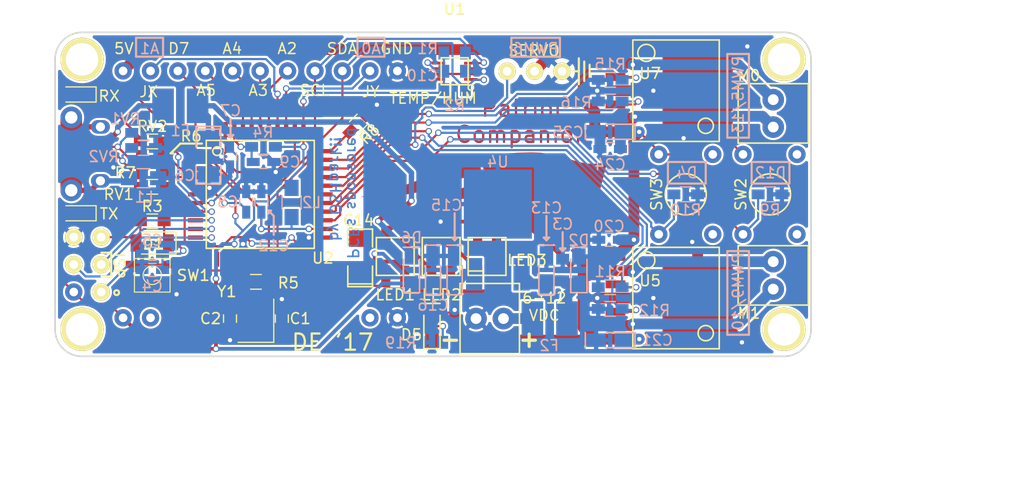
<source format=kicad_pcb>
(kicad_pcb (version 4) (host pcbnew 4.0.5-e0-6337~49~ubuntu14.04.1)
  (layers (0 F.Cu signal) (31 B.Cu signal hide) (34 B.Paste user) (35 F.Paste user) (36 B.SilkS user) (37 F.SilkS user) (38 B.Mask user) (39 F.Mask user) (44 Edge.Cuts user))
  (net 0 "")
  (net 1 GND)
  (net 2 "Net-(C1-Pad1)")
  (net 3 "Net-(C2-Pad1)")
  (net 4 "Net-(C4-Pad1)")
  (net 5 VUSB)
  (net 6 "Net-(C8-Pad1)")
  (net 7 "Net-(C9-Pad1)")
  (net 8 +5V)
  (net 9 "Net-(C12-Pad1)")
  (net 10 RESET)
  (net 11 "Net-(D3-Pad1)")
  (net 12 "Net-(D4-Pad1)")
  (net 13 "Net-(F1-Pad2)")
  (net 14 "Net-(L1-Pad2)")
  (net 15 "Net-(LED1-Pad1)")
  (net 16 NEOPIXEL)
  (net 17 "Net-(LED2-Pad1)")
  (net 18 "Net-(LED3-Pad1)")
  (net 19 "Net-(P1-Pad2)")
  (net 20 "Net-(P1-Pad3)")
  (net 21 "Net-(P1-Pad4)")
  (net 22 "Net-(P3-Pad1)")
  (net 23 "Net-(P3-Pad2)")
  (net 24 "Net-(P3-Pad3)")
  (net 25 "Net-(P3-Pad4)")
  (net 26 MISO)
  (net 27 SCK)
  (net 28 MOSI)
  (net 29 "Net-(P5-Pad2)")
  (net 30 "Net-(P5-Pad1)")
  (net 31 "Net-(P6-Pad2)")
  (net 32 "Net-(P6-Pad1)")
  (net 33 SERVO)
  (net 34 "Net-(R6-Pad2)")
  (net 35 "Net-(R7-Pad2)")
  (net 36 "Net-(R8-Pad2)")
  (net 37 BUTTON_A)
  (net 38 BUTTON_B)
  (net 39 FIN1)
  (net 40 RIN1)
  (net 41 SCL)
  (net 42 SDA)
  (net 43 FIN2)
  (net 44 RIN2)
  (net 45 JOYSTICK_X)
  (net 46 JOYSTICK_Y)
  (net 47 D-)
  (net 48 D+)
  (net 49 "Net-(U2-Pad21)")
  (net 50 "Net-(U2-Pad28)")
  (net 51 "Net-(U2-Pad12)")
  (net 52 "Net-(P3-Pad5)")
  (net 53 "Net-(U9-Pad2)")
  (net 54 "Net-(U9-Pad3)")
  (net 55 "Net-(D5-Pad1)")
  (net 56 "Net-(C13-Pad1)")
  (net 57 "Net-(F2-Pad2)")
  (net 58 "Net-(U1-Pad3)")
  (net 59 "Net-(U1-Pad6)")
  (module LEDs:LED_0805 (layer F.Cu) (at 202 103.25 180)
    (fp_text reference D3 hide)
    (fp_text value RXLED)
    (pad 2 smd rect (at 1.1 0) (size 1.2 1.2) (layers F.Cu F.Paste F.Mask) (net 8 +5V))
    (pad 1 smd rect (at -1.1 0) (size 1.2 1.2) (layers F.Cu F.Paste F.Mask) (net 11 "Net-(D3-Pad1)"))
  )
  (module Capacitors_SMD:C_0603_HandSoldering (layer B.Cu) (at 251.3 116.7 180)
    (fp_text reference C20 (at 0 1.25 180) (layer B.SilkS) (effects (justify mirror)))
    (fp_text value 0u1)
    (pad 1 smd rect (at -0.95 0 180) (size 1.2 0.75) (layers B.Cu B.Paste B.Mask) (net 8 +5V))
    (pad 2 smd rect (at 0.95 0 180) (size 1.2 0.75) (layers B.Cu B.Paste B.Mask) (net 1 GND))
  )
  (module Resistors_SMD:R_0603_HandSoldering (layer F.Cu) (at 228.1 105.9 225)
    (fp_text reference R8 (at 0 -1.45 225) (layer F.SilkS))
    (fp_text value R)
    (pad 1 smd rect (at -1.1 0 225) (size 1.2 0.9) (layers F.Cu F.Paste F.Mask) (net 1 GND))
    (pad 2 smd rect (at 1.1 0 225) (size 1.2 0.9) (layers F.Cu F.Paste F.Mask) (net 36 "Net-(R8-Pad2)"))
  )
  (module DM_Custom:XV_Custom_BD621 (layer F.Cu) (at 257.5 102.9 270)
    (fp_text reference U7 (at -1.6 2.4 360) (layer F.SilkS))
    (fp_text value BD6212HFP-TR)
    (pad 1 smd rect (at -3.81 5.6055 270) (size 0.73 1.835) (layers F.Cu F.Paste F.Mask) (net 8 +5V))
    (pad 2 smd rect (at -2.54 5.6055 270) (size 0.73 1.835) (layers F.Cu F.Paste F.Mask) (net 32 "Net-(P6-Pad1)"))
    (pad 3 smd rect (at -1.27 5.6055 270) (size 0.73 1.835) (layers F.Cu F.Paste F.Mask) (net 43 FIN2))
    (pad 4 smd rect (at 0 5.6055 270) (size 0.73 1.835) (layers F.Cu F.Paste F.Mask) (net 1 GND))
    (pad 5 smd rect (at 1.27 5.6055 270) (size 0.73 1.835) (layers F.Cu F.Paste F.Mask) (net 44 RIN2))
    (pad 6 smd rect (at 2.54 5.6055 270) (size 0.73 1.835) (layers F.Cu F.Paste F.Mask) (net 31 "Net-(P6-Pad2)"))
    (pad 7 smd rect (at 3.81 5.6055 270) (size 0.73 1.835) (layers F.Cu F.Paste F.Mask) (net 8 +5V))
    (pad 8 smd rect (at 0 -2 270) (size 7.49 6.5) (layers F.Cu F.Paste F.Mask) (net 1 GND))
  )
  (module Capacitors_SMD:C_0603_HandSoldering (layer B.Cu) (at 217.7 113.2 90)
    (fp_text reference C8 (at 0 -1.7 180) (layer B.SilkS) (effects (justify mirror)))
    (fp_text value 1u0)
    (pad 1 smd rect (at -0.95 0 90) (size 1.2 0.75) (layers B.Cu B.Paste B.Mask) (net 6 "Net-(C8-Pad1)"))
    (pad 2 smd rect (at 0.95 0 90) (size 1.2 0.75) (layers B.Cu B.Paste B.Mask) (net 1 GND))
  )
  (module KiCad_Footprints:ZF_CONN_USB-MICRO-B-SMD-holes (layer F.Cu) (at 201.5 108.75 270)
    (fp_text reference P1)
    (fp_text value USB_OTG hide)
    (pad 6 thru_hole oval (at 3.375 0 270) (size 2 2) (drill 1.15) (layers *.Cu *.Mask) (net 14 "Net-(L1-Pad2)"))
    (pad 6 thru_hole oval (at -3.375 0 270) (size 2 2) (drill 1.15) (layers *.Cu *.Mask) (net 14 "Net-(L1-Pad2)"))
    (pad 1 smd rect (at -1.3 -2.7 270) (size 0.4 1.5) (layers F.Cu F.Paste F.Mask) (net 13 "Net-(F1-Pad2)"))
    (pad 2 smd rect (at -0.65 -2.7 270) (size 0.4 1.5) (layers F.Cu F.Paste F.Mask) (net 19 "Net-(P1-Pad2)"))
    (pad 3 smd rect (at 0 -2.7 270) (size 0.4 1.5) (layers F.Cu F.Paste F.Mask) (net 20 "Net-(P1-Pad3)"))
    (pad 4 smd rect (at 0.65 -2.7 270) (size 0.4 1.5) (layers F.Cu F.Paste F.Mask) (net 21 "Net-(P1-Pad4)"))
    (pad 5 smd rect (at 1.3 -2.7 270) (size 0.4 1.5) (layers F.Cu F.Paste F.Mask) (net 1 GND))
    (pad 6 thru_hole oval (at 2.5 -2.7 270) (size 1.25 1.75) (drill 0.85) (layers *.Cu *.Mask) (net 14 "Net-(L1-Pad2)"))
    (pad 6 thru_hole oval (at -2.5 -2.7 270) (size 1.25 1.75) (drill 0.85) (layers *.Cu *.Mask) (net 14 "Net-(L1-Pad2)"))
    (pad 6 smd rect (at -2.5 0 270) (size 1.5 2) (layers F.Cu F.Paste F.Mask) (net 14 "Net-(L1-Pad2)"))
    (pad 6 smd rect (at 2.5 0 270) (size 1.5 2) (layers F.Cu F.Paste F.Mask) (net 14 "Net-(L1-Pad2)"))
  )
  (module Capacitors_SMD:C_0603_HandSoldering (layer B.Cu) (at 216.2 109 270)
    (fp_text reference C7 (at -4.25 -0.05 360) (layer B.SilkS) (effects (justify mirror)))
    (fp_text value C)
    (pad 1 smd rect (at -0.95 0 270) (size 1.2 0.75) (layers B.Cu B.Paste B.Mask) (net 5 VUSB))
    (pad 2 smd rect (at 0.95 0 270) (size 1.2 0.75) (layers B.Cu B.Paste B.Mask) (net 1 GND))
  )
  (module Capacitors_SMD:C_0603_HandSoldering (layer F.Cu) (at 221 124 90)
    (fp_text reference C1 (at 0 1.7 180) (layer F.SilkS))
    (fp_text value 22p)
    (pad 1 smd rect (at -0.95 0 90) (size 1.2 0.75) (layers F.Cu F.Paste F.Mask) (net 2 "Net-(C1-Pad1)"))
    (pad 2 smd rect (at 0.95 0 90) (size 1.2 0.75) (layers F.Cu F.Paste F.Mask) (net 1 GND))
  )
  (module Capacitors_SMD:C_0603_HandSoldering (layer F.Cu) (at 216.2 124 270)
    (fp_text reference C2 (at 0 1.8 360) (layer F.SilkS))
    (fp_text value 22p)
    (pad 1 smd rect (at -0.95 0 270) (size 1.2 0.75) (layers F.Cu F.Paste F.Mask) (net 3 "Net-(C2-Pad1)"))
    (pad 2 smd rect (at 0.95 0 270) (size 1.2 0.75) (layers F.Cu F.Paste F.Mask) (net 1 GND))
  )
  (module Capacitors_SMD:C_0603_HandSoldering (layer B.Cu) (at 209 119.5 180)
    (fp_text reference C4 (at 0 -1.5 180) (layer B.SilkS) (effects (justify mirror)))
    (fp_text value 0u1)
    (pad 1 smd rect (at -0.95 0 180) (size 1.2 0.75) (layers B.Cu B.Paste B.Mask) (net 4 "Net-(C4-Pad1)"))
    (pad 2 smd rect (at 0.95 0 180) (size 1.2 0.75) (layers B.Cu B.Paste B.Mask) (net 1 GND))
  )
  (module Capacitors_SMD:C_0603_HandSoldering (layer B.Cu) (at 209 118 180)
    (fp_text reference C5 (at 0 1.25 180) (layer B.SilkS) (effects (justify mirror)))
    (fp_text value 0u1)
    (pad 1 smd rect (at -0.95 0 180) (size 1.2 0.75) (layers B.Cu B.Paste B.Mask) (net 4 "Net-(C4-Pad1)"))
    (pad 2 smd rect (at 0.95 0 180) (size 1.2 0.75) (layers B.Cu B.Paste B.Mask) (net 1 GND))
  )
  (module SMD_Packages:SMD-1206_Pol (layer B.Cu) (at 214.2 109 270)
    (fp_text reference C6 (at 1.75 2.2 360) (layer B.SilkS) (effects (justify mirror)))
    (fp_text value CP)
    (pad 1 smd rect (at -1.651 0 270) (size 1.524 2.032) (layers B.Cu B.Paste B.Mask) (net 5 VUSB))
    (pad 2 smd rect (at 1.651 0 270) (size 1.524 2.032) (layers B.Cu B.Paste B.Mask) (net 1 GND))
  )
  (module Capacitors_SMD:C_0603_HandSoldering (layer B.Cu) (at 219.3 109.5)
    (fp_text reference C9 (at 2.45 0) (layer B.SilkS) (effects (justify mirror)))
    (fp_text value 0u1)
    (pad 1 smd rect (at -0.95 0) (size 1.2 0.75) (layers B.Cu B.Paste B.Mask) (net 7 "Net-(C9-Pad1)"))
    (pad 2 smd rect (at 0.95 0) (size 1.2 0.75) (layers B.Cu B.Paste B.Mask) (net 1 GND))
  )
  (module Capacitors_SMD:C_0603_HandSoldering (layer B.Cu) (at 219.1 113.2 90)
    (fp_text reference C12 (at -4.05 1.15 360) (layer B.SilkS) (effects (justify mirror)))
    (fp_text value 1u0)
    (pad 1 smd rect (at -0.95 0 90) (size 1.2 0.75) (layers B.Cu B.Paste B.Mask) (net 9 "Net-(C12-Pad1)"))
    (pad 2 smd rect (at 0.95 0 90) (size 1.2 0.75) (layers B.Cu B.Paste B.Mask) (net 1 GND))
  )
  (module SMD_Packages:SMD-1206_Pol (layer F.Cu) (at 228.25 118.25 90)
    (fp_text reference C14 (at 3.35 -0.15 180) (layer F.SilkS))
    (fp_text value CP)
    (pad 1 smd rect (at -1.651 0 90) (size 1.524 2.032) (layers F.Cu F.Paste F.Mask) (net 8 +5V))
    (pad 2 smd rect (at 1.651 0 90) (size 1.524 2.032) (layers F.Cu F.Paste F.Mask) (net 1 GND))
  )
  (module Capacitors_SMD:C_0603_HandSoldering (layer B.Cu) (at 251.4 108.3 180)
    (fp_text reference C24 (at 0 -1.45 180) (layer B.SilkS) (effects (justify mirror)))
    (fp_text value 0u1)
    (pad 1 smd rect (at -0.95 0 180) (size 1.2 0.75) (layers B.Cu B.Paste B.Mask) (net 8 +5V))
    (pad 2 smd rect (at 0.95 0 180) (size 1.2 0.75) (layers B.Cu B.Paste B.Mask) (net 1 GND))
  )
  (module Diodes_SMD:D_1206 (layer F.Cu) (at 209 117 180)
    (fp_text reference D1 (at -0.1 -0.1 180) (layer F.SilkS))
    (fp_text value CD1206-S01575)
    (pad 1 smd rect (at -1.5 0 180) (size 1 1.6) (layers F.Cu F.Paste F.Mask) (net 4 "Net-(C4-Pad1)"))
    (pad 2 smd rect (at 1.5 0 180) (size 1 1.6) (layers F.Cu F.Paste F.Mask) (net 10 RESET))
  )
  (module LEDs:LED_0805 (layer F.Cu) (at 202 114.25 180)
    (fp_text reference D4 hide)
    (fp_text value TXLED)
    (pad 2 smd rect (at 1.1 0) (size 1.2 1.2) (layers F.Cu F.Paste F.Mask) (net 8 +5V))
    (pad 1 smd rect (at -1.1 0) (size 1.2 1.2) (layers F.Cu F.Paste F.Mask) (net 12 "Net-(D4-Pad1)"))
  )
  (module Resistors_SMD:R_0805_HandSoldering (layer B.Cu) (at 208.2 111 180)
    (fp_text reference L1 (at -0.05 -1.75 180) (layer B.SilkS) (effects (justify mirror)))
    (fp_text value Ferrite_Bead hide)
    (pad 1 smd rect (at -1.35 0 180) (size 1.5 1.3) (layers B.Cu B.Paste B.Mask) (net 1 GND))
    (pad 2 smd rect (at 1.35 0 180) (size 1.5 1.3) (layers B.Cu B.Paste B.Mask) (net 14 "Net-(L1-Pad2)"))
  )
  (module Resistors_SMD:R_0805_HandSoldering (layer B.Cu) (at 221.9 113.25 270)
    (fp_text reference L2 (at 0 -1.85 360) (layer B.SilkS) (effects (justify mirror)))
    (fp_text value MH2029-300Y)
    (pad 1 smd rect (at -1.35 0 270) (size 1.5 1.3) (layers B.Cu B.Paste B.Mask) (net 8 +5V))
    (pad 2 smd rect (at 1.35 0 270) (size 1.5 1.3) (layers B.Cu B.Paste B.Mask) (net 9 "Net-(C12-Pad1)"))
  )
  (module DM_Custom:SR_CUSTOM_NEO_PIX (layer F.Cu) (at 231.5 118.25 270)
    (fp_text reference LED1 (at 3.55 0 360) (layer F.SilkS))
    (fp_text value NeoPixel)
    (pad 1 smd rect (at -1.85 -0.875 270) (size 2 0.85) (layers F.Cu F.Paste F.Mask) (net 15 "Net-(LED1-Pad1)"))
    (pad 2 smd rect (at -1.85 0.875 270) (size 2 0.85) (layers F.Cu F.Paste F.Mask) (net 1 GND))
    (pad 3 smd rect (at 1.85 0.875 270) (size 2 0.85) (layers F.Cu F.Paste F.Mask) (net 16 NEOPIXEL))
    (pad 4 smd rect (at 1.85 -0.875 270) (size 2 0.85) (layers F.Cu F.Paste F.Mask) (net 8 +5V))
  )
  (module DM_Custom:SR_CUSTOM_NEO_PIX (layer F.Cu) (at 235.75 118.25 270)
    (fp_text reference LED2 (at 3.55 -0.05 360) (layer F.SilkS))
    (fp_text value NeoPixel)
    (pad 1 smd rect (at -1.85 -0.875 270) (size 2 0.85) (layers F.Cu F.Paste F.Mask) (net 17 "Net-(LED2-Pad1)"))
    (pad 2 smd rect (at -1.85 0.875 270) (size 2 0.85) (layers F.Cu F.Paste F.Mask) (net 1 GND))
    (pad 3 smd rect (at 1.85 0.875 270) (size 2 0.85) (layers F.Cu F.Paste F.Mask) (net 15 "Net-(LED1-Pad1)"))
    (pad 4 smd rect (at 1.85 -0.875 270) (size 2 0.85) (layers F.Cu F.Paste F.Mask) (net 8 +5V))
  )
  (module DM_Custom:SR_CUSTOM_NEO_PIX (layer F.Cu) (at 240 118.25 270)
    (fp_text reference LED3 (at 0.35 -3.7 360) (layer F.SilkS))
    (fp_text value NeoPixel)
    (pad 1 smd rect (at -1.85 -0.875 270) (size 2 0.85) (layers F.Cu F.Paste F.Mask) (net 18 "Net-(LED3-Pad1)"))
    (pad 2 smd rect (at -1.85 0.875 270) (size 2 0.85) (layers F.Cu F.Paste F.Mask) (net 1 GND))
    (pad 3 smd rect (at 1.85 0.875 270) (size 2 0.85) (layers F.Cu F.Paste F.Mask) (net 17 "Net-(LED2-Pad1)"))
    (pad 4 smd rect (at 1.85 -0.875 270) (size 2 0.85) (layers F.Cu F.Paste F.Mask) (net 8 +5V))
  )
  (module Resistors_SMD:R_0603_HandSoldering (layer F.Cu) (at 209 115 180)
    (fp_text reference R3 (at 0 1.4 180) (layer F.SilkS))
    (fp_text value 10k)
    (pad 1 smd rect (at -1.1 0 180) (size 1.2 0.9) (layers F.Cu F.Paste F.Mask) (net 4 "Net-(C4-Pad1)"))
    (pad 2 smd rect (at 1.1 0 180) (size 1.2 0.9) (layers F.Cu F.Paste F.Mask) (net 10 RESET))
  )
  (module Resistors_SMD:R_0603_HandSoldering (layer B.Cu) (at 219.3 108.1)
    (fp_text reference R4 (at -0.05 -1.35) (layer B.SilkS) (effects (justify mirror)))
    (fp_text value R)
    (pad 1 smd rect (at -1.1 0) (size 1.2 0.9) (layers B.Cu B.Paste B.Mask) (net 7 "Net-(C9-Pad1)"))
    (pad 2 smd rect (at 1.1 0) (size 1.2 0.9) (layers B.Cu B.Paste B.Mask) (net 8 +5V))
  )
  (module Resistors_SMD:R_0603_HandSoldering (layer F.Cu) (at 218.6 120.6 180)
    (fp_text reference R5 (at -3 -0.1 180) (layer F.SilkS))
    (fp_text value 1M)
    (pad 1 smd rect (at -1.1 0 180) (size 1.2 0.9) (layers F.Cu F.Paste F.Mask) (net 2 "Net-(C1-Pad1)"))
    (pad 2 smd rect (at 1.1 0 180) (size 1.2 0.9) (layers F.Cu F.Paste F.Mask) (net 3 "Net-(C2-Pad1)"))
  )
  (module Resistors_SMD:R_0603_HandSoldering (layer F.Cu) (at 209 107.6)
    (fp_text reference R6 (at 3.6 -0.5) (layer F.SilkS))
    (fp_text value 1k)
    (pad 1 smd rect (at -1.1 0) (size 1.2 0.9) (layers F.Cu F.Paste F.Mask) (net 11 "Net-(D3-Pad1)"))
    (pad 2 smd rect (at 1.1 0) (size 1.2 0.9) (layers F.Cu F.Paste F.Mask) (net 34 "Net-(R6-Pad2)"))
  )
  (module Resistors_SMD:R_0603_HandSoldering (layer F.Cu) (at 209 111.8)
    (fp_text reference R7 (at -2.5 -1.3) (layer F.SilkS))
    (fp_text value 1k)
    (pad 1 smd rect (at -1.1 0) (size 1.2 0.9) (layers F.Cu F.Paste F.Mask) (net 12 "Net-(D4-Pad1)"))
    (pad 2 smd rect (at 1.1 0) (size 1.2 0.9) (layers F.Cu F.Paste F.Mask) (net 35 "Net-(R7-Pad2)"))
  )
  (module Resistors_SMD:R_0603_HandSoldering (layer B.Cu) (at 266.2 112.5)
    (fp_text reference R9 (at 0 1.45) (layer B.SilkS) (effects (justify mirror)))
    (fp_text value 10k)
    (pad 1 smd rect (at -1.1 0) (size 1.2 0.9) (layers B.Cu B.Paste B.Mask) (net 37 BUTTON_A))
    (pad 2 smd rect (at 1.1 0) (size 1.2 0.9) (layers B.Cu B.Paste B.Mask) (net 1 GND))
  )
  (module Resistors_SMD:R_0603_HandSoldering (layer B.Cu) (at 258.4 112.5)
    (fp_text reference R10 (at 0 1.45) (layer B.SilkS) (effects (justify mirror)))
    (fp_text value 10k)
    (pad 1 smd rect (at -1.1 0) (size 1.2 0.9) (layers B.Cu B.Paste B.Mask) (net 38 BUTTON_B))
    (pad 2 smd rect (at 1.1 0) (size 1.2 0.9) (layers B.Cu B.Paste B.Mask) (net 1 GND))
  )
  (module Resistors_SMD:R_0603_HandSoldering (layer B.Cu) (at 251.4 121.1 180)
    (fp_text reference R11 (at 0 1.45 180) (layer B.SilkS) (effects (justify mirror)))
    (fp_text value 10k)
    (pad 1 smd rect (at -1.1 0 180) (size 1.2 0.9) (layers B.Cu B.Paste B.Mask) (net 39 FIN1))
    (pad 2 smd rect (at 1.1 0 180) (size 1.2 0.9) (layers B.Cu B.Paste B.Mask) (net 1 GND))
  )
  (module Resistors_SMD:R_0603_HandSoldering (layer B.Cu) (at 251.4 123.1 180)
    (fp_text reference R12 (at -4.1 -0.15 180) (layer B.SilkS) (effects (justify mirror)))
    (fp_text value 10k)
    (pad 1 smd rect (at -1.1 0 180) (size 1.2 0.9) (layers B.Cu B.Paste B.Mask) (net 40 RIN1))
    (pad 2 smd rect (at 1.1 0 180) (size 1.2 0.9) (layers B.Cu B.Paste B.Mask) (net 1 GND))
  )
  (module Resistors_SMD:R_0603_HandSoldering (layer B.Cu) (at 251.4 101.9 180)
    (fp_text reference R15 (at 0 1.45 180) (layer B.SilkS) (effects (justify mirror)))
    (fp_text value 10k)
    (pad 1 smd rect (at -1.1 0 180) (size 1.2 0.9) (layers B.Cu B.Paste B.Mask) (net 43 FIN2))
    (pad 2 smd rect (at 1.1 0 180) (size 1.2 0.9) (layers B.Cu B.Paste B.Mask) (net 1 GND))
  )
  (module Resistors_SMD:R_0603_HandSoldering (layer B.Cu) (at 251.4 103.9 180)
    (fp_text reference R16 (at 3.15 -0.1 180) (layer B.SilkS) (effects (justify mirror)))
    (fp_text value 10k)
    (pad 1 smd rect (at -1.1 0 180) (size 1.2 0.9) (layers B.Cu B.Paste B.Mask) (net 44 RIN2))
    (pad 2 smd rect (at 1.1 0 180) (size 1.2 0.9) (layers B.Cu B.Paste B.Mask) (net 1 GND))
  )
  (module Resistors_SMD:R_0603_HandSoldering (layer B.Cu) (at 208.2 106.8)
    (fp_text reference RV1 (at -1.7 -1.3) (layer B.SilkS) (effects (justify mirror)))
    (fp_text value Varistor hide)
    (pad 1 smd rect (at -1.1 0) (size 1.2 0.9) (layers B.Cu B.Paste B.Mask) (net 19 "Net-(P1-Pad2)"))
    (pad 2 smd rect (at 1.1 0) (size 1.2 0.9) (layers B.Cu B.Paste B.Mask) (net 1 GND))
  )
  (module Resistors_SMD:R_0603_HandSoldering (layer B.Cu) (at 208.2 108.2)
    (fp_text reference RV2 (at -3.7 0.8) (layer B.SilkS) (effects (justify mirror)))
    (fp_text value Varistor hide)
    (pad 1 smd rect (at -1.1 0) (size 1.2 0.9) (layers B.Cu B.Paste B.Mask) (net 20 "Net-(P1-Pad3)"))
    (pad 2 smd rect (at 1.1 0) (size 1.2 0.9) (layers B.Cu B.Paste B.Mask) (net 1 GND))
  )
  (module DM_Custom:XV_Custom_BD621 (layer F.Cu) (at 257.5 122.1 270)
    (fp_text reference U5 (at -1.6 2.4 360) (layer F.SilkS))
    (fp_text value BD6212HFP-TR)
    (pad 1 smd rect (at -3.81 5.6055 270) (size 0.73 1.835) (layers F.Cu F.Paste F.Mask) (net 8 +5V))
    (pad 2 smd rect (at -2.54 5.6055 270) (size 0.73 1.835) (layers F.Cu F.Paste F.Mask) (net 30 "Net-(P5-Pad1)"))
    (pad 3 smd rect (at -1.27 5.6055 270) (size 0.73 1.835) (layers F.Cu F.Paste F.Mask) (net 39 FIN1))
    (pad 4 smd rect (at 0 5.6055 270) (size 0.73 1.835) (layers F.Cu F.Paste F.Mask) (net 1 GND))
    (pad 5 smd rect (at 1.27 5.6055 270) (size 0.73 1.835) (layers F.Cu F.Paste F.Mask) (net 40 RIN1))
    (pad 6 smd rect (at 2.54 5.6055 270) (size 0.73 1.835) (layers F.Cu F.Paste F.Mask) (net 29 "Net-(P5-Pad2)"))
    (pad 7 smd rect (at 3.81 5.6055 270) (size 0.73 1.835) (layers F.Cu F.Paste F.Mask) (net 8 +5V))
    (pad 8 smd rect (at 0 -2 270) (size 7.49 6.5) (layers F.Cu F.Paste F.Mask) (net 1 GND))
  )
  (module Crystals:Crystal_SMD_3225-4pin_3.2x2.5mm (layer F.Cu) (at 218.6 124.2 90)
    (fp_text reference Y1 (at 2.7 -2.7 180) (layer F.SilkS))
    (fp_text value 16M)
    (pad 1 smd rect (at -1.1 0.85 90) (size 1.4 1.2) (layers F.Cu F.Paste F.Mask) (net 2 "Net-(C1-Pad1)"))
    (pad 2 smd rect (at 1.1 0.85 90) (size 1.4 1.2) (layers F.Cu F.Paste F.Mask) (net 1 GND))
    (pad 3 smd rect (at 1.1 -0.85 90) (size 1.4 1.2) (layers F.Cu F.Paste F.Mask) (net 3 "Net-(C2-Pad1)"))
    (pad 4 smd rect (at -1.1 -0.85 90) (size 1.4 1.2) (layers F.Cu F.Paste F.Mask) (net 1 GND))
  )
  (module KiCad_Footprints:ZF_IC_TQFP44-0-8 (layer F.Cu) (at 219 112.5)
    (fp_text reference U2 (at 5.8 5.9) (layer F.SilkS))
    (fp_text value ATMEGA32U4-A)
    (pad 1 smd rect (at -6 -4) (size 1.4 0.4) (layers F.Cu F.Paste F.Mask) (net 22 "Net-(P3-Pad1)"))
    (pad 2 smd rect (at -6 -3.2) (size 1.4 0.4) (layers F.Cu F.Paste F.Mask) (net 8 +5V))
    (pad 3 smd rect (at -6 -2.4) (size 1.4 0.4) (layers F.Cu F.Paste F.Mask) (net 47 D-))
    (pad 4 smd rect (at -6 -1.6) (size 1.4 0.4) (layers F.Cu F.Paste F.Mask) (net 48 D+))
    (pad 5 smd rect (at -6 -0.8) (size 1.4 0.4) (layers F.Cu F.Paste F.Mask) (net 1 GND))
    (pad 6 smd rect (at -6 0) (size 1.4 0.4) (layers F.Cu F.Paste F.Mask) (net 6 "Net-(C8-Pad1)"))
    (pad 7 smd rect (at -6 0.8) (size 1.4 0.4) (layers F.Cu F.Paste F.Mask) (net 5 VUSB))
    (pad 8 smd rect (at -6 1.6) (size 1.4 0.4) (layers F.Cu F.Paste F.Mask) (net 34 "Net-(R6-Pad2)"))
    (pad 9 smd rect (at -6 2.4) (size 1.4 0.4) (layers F.Cu F.Paste F.Mask) (net 27 SCK))
    (pad 10 smd rect (at -6 3.2) (size 1.4 0.4) (layers F.Cu F.Paste F.Mask) (net 28 MOSI))
    (pad 11 smd rect (at -6 4) (size 1.4 0.4) (layers F.Cu F.Paste F.Mask) (net 26 MISO))
    (pad 12 smd rect (at -4 6 90) (size 1.4 0.4) (layers F.Cu F.Paste F.Mask) (net 51 "Net-(U2-Pad12)"))
    (pad 13 smd rect (at -3.2 6 90) (size 1.4 0.4) (layers F.Cu F.Paste F.Mask) (net 10 RESET))
    (pad 14 smd rect (at -2.4 6 90) (size 1.4 0.4) (layers F.Cu F.Paste F.Mask) (net 8 +5V))
    (pad 15 smd rect (at -1.6 6 90) (size 1.4 0.4) (layers F.Cu F.Paste F.Mask) (net 1 GND))
    (pad 16 smd rect (at -0.8 6 90) (size 1.4 0.4) (layers F.Cu F.Paste F.Mask) (net 3 "Net-(C2-Pad1)"))
    (pad 17 smd rect (at 0 6 90) (size 1.4 0.4) (layers F.Cu F.Paste F.Mask) (net 2 "Net-(C1-Pad1)"))
    (pad 18 smd rect (at 0.8 6 90) (size 1.4 0.4) (layers F.Cu F.Paste F.Mask) (net 41 SCL))
    (pad 19 smd rect (at 1.6 6 90) (size 1.4 0.4) (layers F.Cu F.Paste F.Mask) (net 42 SDA))
    (pad 20 smd rect (at 2.4 6 90) (size 1.4 0.4) (layers F.Cu F.Paste F.Mask) (net 16 NEOPIXEL))
    (pad 21 smd rect (at 3.2 6 90) (size 1.4 0.4) (layers F.Cu F.Paste F.Mask) (net 49 "Net-(U2-Pad21)"))
    (pad 22 smd rect (at 4 6 90) (size 1.4 0.4) (layers F.Cu F.Paste F.Mask) (net 35 "Net-(R7-Pad2)"))
    (pad 23 smd rect (at 6 4) (size 1.4 0.4) (layers F.Cu F.Paste F.Mask) (net 1 GND))
    (pad 24 smd rect (at 6 3.2) (size 1.4 0.4) (layers F.Cu F.Paste F.Mask) (net 9 "Net-(C12-Pad1)"))
    (pad 25 smd rect (at 6 2.4) (size 1.4 0.4) (layers F.Cu F.Paste F.Mask) (net 38 BUTTON_B))
    (pad 26 smd rect (at 6 1.6) (size 1.4 0.4) (layers F.Cu F.Paste F.Mask) (net 37 BUTTON_A))
    (pad 27 smd rect (at 6 0.8) (size 1.4 0.4) (layers F.Cu F.Paste F.Mask) (net 33 SERVO))
    (pad 28 smd rect (at 6 0) (size 1.4 0.4) (layers F.Cu F.Paste F.Mask) (net 50 "Net-(U2-Pad28)"))
    (pad 29 smd rect (at 6 -0.8) (size 1.4 0.4) (layers F.Cu F.Paste F.Mask) (net 40 RIN1))
    (pad 30 smd rect (at 6 -1.6) (size 1.4 0.4) (layers F.Cu F.Paste F.Mask) (net 39 FIN1))
    (pad 31 smd rect (at 6 -2.4) (size 1.4 0.4) (layers F.Cu F.Paste F.Mask) (net 44 RIN2))
    (pad 32 smd rect (at 6 -3.2) (size 1.4 0.4) (layers F.Cu F.Paste F.Mask) (net 43 FIN2))
    (pad 33 smd rect (at 6 -4) (size 1.4 0.4) (layers F.Cu F.Paste F.Mask) (net 36 "Net-(R8-Pad2)"))
    (pad 34 smd rect (at 4 -6 90) (size 1.4 0.4) (layers F.Cu F.Paste F.Mask) (net 8 +5V))
    (pad 35 smd rect (at 3.2 -6 90) (size 1.4 0.4) (layers F.Cu F.Paste F.Mask) (net 1 GND))
    (pad 36 smd rect (at 2.4 -6 90) (size 1.4 0.4) (layers F.Cu F.Paste F.Mask) (net 46 JOYSTICK_Y))
    (pad 37 smd rect (at 1.6 -6 90) (size 1.4 0.4) (layers F.Cu F.Paste F.Mask) (net 45 JOYSTICK_X))
    (pad 38 smd rect (at 0.8 -6 90) (size 1.4 0.4) (layers F.Cu F.Paste F.Mask) (net 52 "Net-(P3-Pad5)"))
    (pad 39 smd rect (at 0 -6 90) (size 1.4 0.4) (layers F.Cu F.Paste F.Mask) (net 25 "Net-(P3-Pad4)"))
    (pad 40 smd rect (at -0.8 -6 90) (size 1.4 0.4) (layers F.Cu F.Paste F.Mask) (net 24 "Net-(P3-Pad3)"))
    (pad 41 smd rect (at -1.6 -6 90) (size 1.4 0.4) (layers F.Cu F.Paste F.Mask) (net 23 "Net-(P3-Pad2)"))
    (pad 42 smd rect (at -2.4 -6 90) (size 1.4 0.4) (layers F.Cu F.Paste F.Mask) (net 7 "Net-(C9-Pad1)"))
    (pad 43 smd rect (at -3.2 -6 90) (size 1.4 0.4) (layers F.Cu F.Paste F.Mask) (net 1 GND))
    (pad 44 smd rect (at -4 -6 90) (size 1.4 0.4) (layers F.Cu F.Paste F.Mask) (net 9 "Net-(C12-Pad1)"))
  )
  (module KiCad_Footprints:ZF_LOGO_PHHS (layer F.Cu) (at 239.7 114)
    (fp_text reference G*** hide)
    (fp_text value LOGO hide)
    (fp_poly (pts (xy 4.917034 -5.36892) (xy 5.232833 -5.348896) (xy 5.345959 -5.336199) (xy 5.967321 -5.241229) (xy 6.563096 -5.124626) (xy 7.165341 -4.978941) (xy 7.806107 -4.796722) (xy 8.212318 -4.669987) (xy 8.746056 -4.512839) (xy 9.217954 -4.405993) (xy 9.652138 -4.345603) (xy 10.072735 -4.327821) (xy 10.3124 -4.335098) (xy 10.571948 -4.355106) (xy 10.827665 -4.384865) (xy 11.041068 -4.419483) (xy 11.125131 -4.438465) (xy 11.277658 -4.477293) (xy 11.382768 -4.500634) (xy 11.413348 -4.503985) (xy 11.404057 -4.453637) (xy 11.371845 -4.316731) (xy 11.319739 -4.10494) (xy 11.250765 -3.829936) (xy 11.16795 -3.503392) (xy 11.07432 -3.13698) (xy 10.972903 -2.742375) (xy 10.866724 -2.331247) (xy 10.75881 -1.91527) (xy 10.652187 -1.506117) (xy 10.549883 -1.11546) (xy 10.454924 -0.754973) (xy 10.370335 -0.436327) (xy 10.299145 -0.171195) (xy 10.244379 0.028749) (xy 10.209064 0.151833) (xy 10.197115 0.18676) (xy 10.138094 0.235354) (xy 10.010511 0.317623) (xy 9.835845 0.420183) (xy 9.714813 0.487286) (xy 9.45878 0.626114) (xy 9.279095 0.726858) (xy 9.163592 0.801317) (xy 9.100108 0.86129) (xy 9.076479 0.918577) (xy 9.080539 0.984976) (xy 9.100127 1.072287) (xy 9.102221 1.081508) (xy 9.129453 1.218947) (xy 9.166199 1.426694) (xy 9.207269 1.674529) (xy 9.240817 1.888343) (xy 9.331295 2.481287) (xy 9.047147 2.676468) (xy 8.895192 2.785296) (xy 8.809009 2.867774) (xy 8.768831 2.952369) (xy 8.754889 3.067553) (xy 8.753393 3.099524) (xy 8.728109 3.301821) (xy 8.678021 3.509436) (xy 8.666267 3.544658) (xy 8.618753 3.732501) (xy 8.632439 3.875786) (xy 8.637773 3.890865) (xy 8.682576 4.110718) (xy 8.679294 4.371518) (xy 8.630993 4.626429) (xy 8.580945 4.758588) (xy 8.504606 4.879734) (xy 8.389007 5.023631) (xy 8.255675 5.167933) (xy 8.126136 5.290297) (xy 8.021916 5.368378) (xy 7.977668 5.3848) (xy 7.9337 5.347371) (xy 7.842754 5.246483) (xy 7.719766 5.099234) (xy 7.627634 4.984116) (xy 7.349177 4.654737) (xy 7.002111 4.282708) (xy 6.60208 3.882154) (xy 6.164729 3.467202) (xy 5.705703 3.051977) (xy 5.240648 2.650607) (xy 4.785209 2.277217) (xy 4.35503 1.945932) (xy 4.179967 1.822236) (xy 4.919901 1.822236) (xy 4.953633 1.907639) (xy 5.08097 2.014812) (xy 5.114511 2.038268) (xy 5.429433 2.271323) (xy 5.789169 2.564856) (xy 6.175144 2.901408) (xy 6.568782 3.263521) (xy 6.951508 3.633737) (xy 7.304747 3.994596) (xy 7.609924 4.328641) (xy 7.819071 4.58026) (xy 7.93744 4.728036) (xy 8.015113 4.807242) (xy 8.072155 4.830735) (xy 8.128629 4.811377) (xy 8.154463 4.795231) (xy 8.25405 4.700748) (xy 8.34867 4.567471) (xy 8.356529 4.553327) (xy 8.41428 4.402164) (xy 8.40996 4.255772) (xy 8.338086 4.090376) (xy 8.205489 3.898241) (xy 8.108961 3.767306) (xy 8.043941 3.670463) (xy 8.0264 3.635247) (xy 8.071018 3.616199) (xy 8.180283 3.606963) (xy 8.198764 3.6068) (xy 8.339773 3.5822) (xy 8.412752 3.497029) (xy 8.4328 3.341956) (xy 8.42022 3.275534) (xy 8.363772 3.254364) (xy 8.2423 3.266256) (xy 8.071567 3.291238) (xy 7.869175 3.320184) (xy 7.7978 3.330231) (xy 7.5438 3.36577) (xy 7.770276 3.130685) (xy 7.905215 2.999175) (xy 8.00943 2.928168) (xy 8.116797 2.899749) (xy 8.214776 2.8956) (xy 8.354031 2.887985) (xy 8.418098 2.857388) (xy 8.4328 2.79725) (xy 8.385512 2.701698) (xy 8.252781 2.598199) (xy 8.227864 2.58372) (xy 8.083386 2.487179) (xy 8.032592 2.410197) (xy 8.077362 2.350207) (xy 8.219574 2.304643) (xy 8.456498 2.271393) (xy 8.647612 2.25022) (xy 8.795634 2.229647) (xy 8.874869 2.213371) (xy 8.881051 2.210282) (xy 8.877882 2.157668) (xy 8.858763 2.024622) (xy 8.827172 1.830437) (xy 8.786587 1.594406) (xy 8.740488 1.335821) (xy 8.692352 1.073976) (xy 8.64566 0.828163) (xy 8.603889 0.617675) (xy 8.570519 0.461806) (xy 8.553493 0.3937) (xy 8.492085 0.314022) (xy 8.389322 0.304628) (xy 8.263363 0.353459) (xy 8.13237 0.448458) (xy 8.014503 0.577564) (xy 7.927923 0.72872) (xy 7.897752 0.829113) (xy 7.862692 1.016) (xy 7.131746 1.016) (xy 6.844614 1.015002) (xy 6.643873 1.010766) (xy 6.514322 1.001422) (xy 6.440762 0.985104) (xy 6.407993 0.959944) (xy 6.4008 0.926192) (xy 6.446204 0.768003) (xy 6.566958 0.603698) (xy 6.739875 0.451918) (xy 6.941766 0.331303) (xy 7.149444 0.260491) (xy 7.242338 0.249719) (xy 7.323706 0.24428) (xy 7.333587 0.22728) (xy 7.264052 0.18783) (xy 7.1628 0.140533) (xy 6.926094 0.063227) (xy 6.645479 0.017931) (xy 6.362528 0.008011) (xy 6.118814 0.036829) (xy 6.065087 0.051703) (xy 5.831638 0.157792) (xy 5.595141 0.314385) (xy 5.398245 0.491499) (xy 5.340135 0.561365) (xy 5.231084 0.708865) (xy 5.911226 1.219522) (xy 6.591367 1.73018) (xy 6.652137 2.04619) (xy 6.688823 2.232729) (xy 6.721793 2.393208) (xy 6.739942 2.475631) (xy 6.726188 2.502241) (xy 6.653752 2.457319) (xy 6.519993 2.338841) (xy 6.367989 2.190668) (xy 6.073061 1.916066) (xy 5.81896 1.725534) (xy 5.596187 1.614879) (xy 5.395245 1.579912) (xy 5.206635 1.616442) (xy 5.137277 1.64765) (xy 4.98078 1.74133) (xy 4.919901 1.822236) (xy 4.179967 1.822236) (xy 3.965758 1.670881) (xy 3.937 1.651826) (xy 3.432801 1.342566) (xy 2.87071 1.037852) (xy 2.270729 0.746021) (xy 1.652865 0.475413) (xy 1.037121 0.234366) (xy 0.443503 0.031219) (xy -0.107985 -0.12569) (xy -0.556768 -0.221334) (xy -0.756881 -0.259446) (xy -0.857782 -0.291375) (xy -0.861369 -0.320912) (xy -0.769538 -0.351848) (xy -0.635613 -0.378898) (xy -0.524951 -0.406442) (xy -0.33693 -0.461416) (xy -0.0902 -0.538019) (xy 0.196588 -0.63045) (xy 0.504781 -0.732908) (xy 0.530693 -0.741665) (xy 1.119031 -0.930854) (xy 1.643168 -1.076463) (xy 2.127947 -1.183834) (xy 2.59821 -1.258311) (xy 3.078801 -1.305239) (xy 3.182406 -1.312035) (xy 3.7846 -1.348545) (xy 3.580785 -1.45654) (xy 3.29006 -1.592421) (xy 2.99272 -1.690317) (xy 2.665492 -1.754815) (xy 2.285102 -1.790505) (xy 1.8288 -1.801974) (xy 1.530439 -1.80081) (xy 1.244367 -1.796642) (xy 0.996902 -1.790064) (xy 0.814364 -1.781669) (xy 0.766124 -1.778) (xy 0.490849 -1.7526) (xy 0.373677 -2.2098) (xy 0.321779 -2.420429) (xy 0.281362 -2.599881) (xy 0.258361 -2.721071) (xy 0.255252 -2.750335) (xy 0.302504 -2.804438) (xy 0.436115 -2.867981) (xy 0.641697 -2.937273) (xy 0.90486 -3.008623) (xy 1.211216 -3.07834) (xy 1.440472 -3.122386) (xy 7.220252 -3.122386) (xy 7.242068 -3.078054) (xy 7.316846 -2.976614) (xy 7.430251 -2.837078) (xy 7.475761 -2.783521) (xy 7.611305 -2.624636) (xy 7.726238 -2.487925) (xy 7.800256 -2.397596) (xy 7.810243 -2.384761) (xy 7.827149 -2.335653) (xy 7.809745 -2.261614) (xy 7.750625 -2.147369) (xy 7.642381 -1.977642) (xy 7.539659 -1.826687) (xy 7.412988 -1.637037) (xy 7.316188 -1.480379) (xy 7.259165 -1.373612) (xy 7.250717 -1.333828) (xy 7.312308 -1.343838) (xy 7.449794 -1.381251) (xy 7.64307 -1.440198) (xy 7.872033 -1.51481) (xy 7.881322 -1.517927) (xy 8.470457 -1.715851) (xy 8.893668 -1.256946) (xy 9.055936 -1.086983) (xy 9.192652 -0.955084) (xy 9.29028 -0.873501) (xy 9.335279 -0.854485) (xy 9.336324 -0.856375) (xy 9.33682 -0.928134) (xy 9.322956 -1.076544) (xy 9.297292 -1.278073) (xy 9.271428 -1.452565) (xy 9.238502 -1.67296) (xy 9.214797 -1.852338) (xy 9.202918 -1.969508) (xy 9.203643 -2.004185) (xy 9.25536 -2.026812) (xy 9.380432 -2.076139) (xy 9.556925 -2.143604) (xy 9.6647 -2.184118) (xy 9.857372 -2.257481) (xy 10.007938 -2.317351) (xy 10.095486 -2.355279) (xy 10.1092 -2.36371) (xy 10.063395 -2.381444) (xy 9.939262 -2.419194) (xy 9.756724 -2.471105) (xy 9.573822 -2.521101) (xy 9.327822 -2.590592) (xy 9.164989 -2.646269) (xy 9.069084 -2.695311) (xy 9.023867 -2.744897) (xy 9.016079 -2.767635) (xy 8.996803 -2.866701) (xy 8.966896 -3.031956) (xy 8.932503 -3.229383) (xy 8.929133 -3.249114) (xy 8.864553 -3.628028) (xy 8.593068 -3.261814) (xy 8.469359 -3.099625) (xy 8.367133 -2.974267) (xy 8.301788 -2.904239) (xy 8.288291 -2.895699) (xy 8.227849 -2.907005) (xy 8.091162 -2.937437) (xy 7.900656 -2.981899) (xy 7.747198 -3.018664) (xy 7.534425 -3.067983) (xy 7.361565 -3.103967) (xy 7.2502 -3.122368) (xy 7.220252 -3.122386) (xy 1.440472 -3.122386) (xy 1.546377 -3.142733) (xy 1.895953 -3.198109) (xy 2.107947 -3.225627) (xy 2.412495 -3.261622) (xy 2.217258 -3.361784) (xy 1.875762 -3.490053) (xy 1.446641 -3.569853) (xy 0.931716 -3.600909) (xy 0.663135 -3.598657) (xy 0.030871 -3.5814) (xy -0.095624 -4.202708) (xy -0.142037 -4.440553) (xy -0.177151 -4.639973) (xy -0.19777 -4.781262) (xy -0.200696 -4.844716) (xy -0.199959 -4.845959) (xy -0.134966 -4.870816) (xy 0.013308 -4.908242) (xy 0.227783 -4.954985) (xy 0.491378 -5.007789) (xy 0.787016 -5.063404) (xy 1.097614 -5.118574) (xy 1.406095 -5.170047) (xy 1.695377 -5.21457) (xy 1.846747 -5.235807) (xy 2.234964 -5.280015) (xy 2.673909 -5.316799) (xy 3.143225 -5.345575) (xy 3.622553 -5.365759) (xy 4.091536 -5.376768) (xy 4.529816 -5.378016) (xy 4.917034 -5.36892)) (layer F.Cu) (width 0.01))
    (fp_poly (pts (xy 0.151067 -2.293226) (xy 0.200662 -2.074859) (xy 0.243852 -1.888242) (xy 0.274557 -1.75947) (xy 0.284285 -1.72144) (xy 0.275771 -1.679104) (xy 0.216512 -1.635397) (xy 0.092713 -1.583956) (xy -0.109418 -1.518419) (xy -0.24008 -1.47957) (xy -0.941898 -1.290147) (xy -1.612885 -1.143756) (xy -2.279095 -1.036949) (xy -2.966584 -0.966272) (xy -3.701406 -0.928277) (xy -4.470089 -0.919321) (xy -5.6642 -0.924241) (xy -5.213483 -0.994331) (xy -4.787525 -1.070562) (xy -4.374787 -1.166945) (xy -3.955452 -1.289899) (xy -3.509705 -1.445843) (xy -3.017727 -1.641196) (xy -2.459703 -1.882377) (xy -2.427447 -1.896766) (xy -1.636479 -2.232243) (xy -0.914192 -2.501011) (xy -0.254606 -2.705265) (xy -0.144698 -2.734666) (xy 0.040805 -2.783051) (xy 0.151067 -2.293226)) (layer F.Cu) (width 0.01))
    (fp_poly (pts (xy -0.537582 -4.767233) (xy -0.499048 -4.732804) (xy -0.463368 -4.656127) (xy -0.424461 -4.521415) (xy -0.376245 -4.312879) (xy -0.337541 -4.132666) (xy -0.287659 -3.89176) (xy -0.248137 -3.690013) (xy -0.222522 -3.546384) (xy -0.214359 -3.479828) (xy -0.214968 -3.477536) (xy -0.266288 -3.461981) (xy -0.400214 -3.426629) (xy -0.600607 -3.375599) (xy -0.851328 -3.313007) (xy -1.0922 -3.25373) (xy -1.348864 -3.186315) (xy -1.683203 -3.091363) (xy -2.076847 -2.974481) (xy -2.511432 -2.841277) (xy -2.968589 -2.69736) (xy -3.429952 -2.548337) (xy -3.7592 -2.43943) (xy -4.186234 -2.297529) (xy -4.599659 -2.161849) (xy -4.98555 -2.036838) (xy -5.329982 -1.926941) (xy -5.619028 -1.836603) (xy -5.838765 -1.77027) (xy -5.969 -1.733948) (xy -6.616267 -1.591323) (xy -7.315428 -1.477602) (xy -8.077641 -1.391577) (xy -8.91406 -1.332039) (xy -9.835841 -1.297781) (xy -10.033 -1.293829) (xy -11.3538 -1.270841) (xy -10.5664 -1.441441) (xy -9.667498 -1.651701) (xy -8.769434 -1.893972) (xy -7.855559 -2.173648) (xy -6.909225 -2.496123) (xy -5.913785 -2.866791) (xy -4.85259 -3.291044) (xy -4.835101 -3.29825) (xy -4.280029 -3.523468) (xy -3.728752 -3.740399) (xy -3.190952 -3.945676) (xy -2.676311 -4.135937) (xy -2.194511 -4.307815) (xy -1.755235 -4.457947) (xy -1.368165 -4.582967) (xy -1.042984 -4.67951) (xy -0.789373 -4.744212) (xy -0.617016 -4.773708) (xy -0.585052 -4.7752) (xy -0.537582 -4.767233)) (layer F.Cu) (width 0.01))
  )
  (module KiCad_Footprints:ZF_CONN_3x2_noshroud (layer F.Cu) (at 203 119 90)
    (fp_text reference P4 hide)
    (fp_text value CONN_02X03 hide)
    (pad 1 thru_hole circle (at -2.54 1.27 90) (size 1.6 1.6) (drill 0.8) (layers *.Cu *.Mask F.SilkS) (net 26 MISO))
    (pad 2 thru_hole circle (at -2.54 -1.27 90) (size 1.6 1.6) (drill 0.8) (layers *.Cu *.Mask) (net 8 +5V))
    (pad 3 thru_hole circle (at 0 1.27 90) (size 1.6 1.6) (drill 0.8) (layers *.Cu *.Mask F.SilkS) (net 27 SCK))
    (pad 4 thru_hole circle (at 0 -1.27 90) (size 1.6 1.6) (drill 0.8) (layers *.Cu *.Mask F.SilkS) (net 28 MOSI))
    (pad 5 thru_hole circle (at 2.54 1.27 90) (size 1.6 1.6) (drill 0.8) (layers *.Cu *.Mask F.SilkS) (net 10 RESET))
    (pad 6 thru_hole circle (at 2.54 -1.27 90) (size 1.6 1.6) (drill 0.8) (layers *.Cu *.Mask F.SilkS) (net 1 GND))
  )
  (module KiCad_Footprints:ZF_SW_LS38 (layer F.Cu) (at 209 120 180)
    (fp_text reference SW1 hide)
    (fp_text value SWITCH)
    (pad 1 smd rect (at -1.75 -1 180) (size 1.4 0.7) (layers F.Cu F.Paste F.Mask) (net 1 GND))
    (pad 2 smd rect (at -1.75 1 180) (size 1.4 0.7) (layers F.Cu F.Paste F.Mask) (net 10 RESET))
    (pad 2 smd rect (at 1.75 1 180) (size 1.4 0.7) (layers F.Cu F.Paste F.Mask) (net 10 RESET))
    (pad 1 smd rect (at 1.75 -1 180) (size 1.4 0.7) (layers F.Cu F.Paste F.Mask) (net 1 GND))
  )
  (module KiCad_Footprints:ZF_SMD_NonPol_0603 (layer F.Cu) (at 209 109 180)
    (fp_text reference R13)
    (fp_text value R hide)
    (pad 1 smd rect (at -1 0 180) (size 1 1.2) (layers F.Cu F.Paste F.Mask) (net 47 D-))
    (pad 2 smd rect (at 1 0 180) (size 1 1.2) (layers F.Cu F.Paste F.Mask) (net 19 "Net-(P1-Pad2)"))
  )
  (module KiCad_Footprints:ZF_SMD_NonPol_0603 (layer F.Cu) (at 209 110.5 180)
    (fp_text reference R14)
    (fp_text value R hide)
    (pad 1 smd rect (at -1 0 180) (size 1 1.2) (layers F.Cu F.Paste F.Mask) (net 48 D+))
    (pad 2 smd rect (at 1 0 180) (size 1 1.2) (layers F.Cu F.Paste F.Mask) (net 20 "Net-(P1-Pad3)"))
  )
  (module KiCad_Footprints:ZF_STRUCT_M3-hole (layer F.Cu) (at 267.5 100)
    (fp_text reference REF** hide)
    (fp_text value ZF_STRUCT_M3-hole hide)
    (pad 1 thru_hole circle (at 0 0) (size 4 4) (drill 3) (layers *.Cu *.Mask F.SilkS))
  )
  (module KiCad_Footprints:ZF_STRUCT_M3-hole (layer F.Cu) (at 267.5 125)
    (fp_text reference REF** hide)
    (fp_text value ZF_STRUCT_M3-hole hide)
    (pad 1 thru_hole circle (at 0 0) (size 4 4) (drill 3) (layers *.Cu *.Mask F.SilkS))
  )
  (module KiCad_Footprints:ZF_STRUCT_M3-hole (layer F.Cu) (at 202.5 125)
    (fp_text reference REF** hide)
    (fp_text value ZF_STRUCT_M3-hole hide)
    (pad 1 thru_hole circle (at 0 0) (size 4 4) (drill 3) (layers *.Cu *.Mask F.SilkS))
  )
  (module KiCad_Footprints:ZF_STRUCT_M3-hole (layer F.Cu) (at 202.5 100)
    (fp_text reference REF** hide)
    (fp_text value ZF_STRUCT_M3-hole hide)
    (pad 1 thru_hole circle (at 0 0) (size 4 4) (drill 3) (layers *.Cu *.Mask F.SilkS))
  )
  (module KiCad_Footprints:ZF_SMD_pol_1206 (layer B.Cu) (at 251.4 126 180)
    (fp_text reference C21 (at -4.35 0 180) (layer B.SilkS) (effects (justify mirror)))
    (fp_text value 10u hide)
    (pad 1 smd rect (at -1.3 0 180) (size 1.8 1.25) (layers B.Cu B.Paste B.Mask) (net 8 +5V))
    (pad 2 smd rect (at 1.3 0 180) (size 1.8 1.25) (layers B.Cu B.Paste B.Mask) (net 1 GND))
  )
  (module KiCad_Footprints:ZF_SMD_pol_1206 (layer B.Cu) (at 251.4 106.7 180)
    (fp_text reference C25 (at 3.9 -0.05 180) (layer B.SilkS) (effects (justify mirror)))
    (fp_text value 10u hide)
    (pad 1 smd rect (at -1.3 0 180) (size 1.8 1.25) (layers B.Cu B.Paste B.Mask) (net 8 +5V))
    (pad 2 smd rect (at 1.3 0 180) (size 1.8 1.25) (layers B.Cu B.Paste B.Mask) (net 1 GND))
  )
  (module KiCad_Footprints:ZF_CONN_1x7-hdr (layer F.Cu) (at 218.99 101.07)
    (fp_text reference P3)
    (fp_text value CONN_01X07)
    (pad 1 thru_hole circle (at -7.62 0) (size 1.6 1.6) (drill 0.8) (layers *.Cu *.Mask) (net 22 "Net-(P3-Pad1)"))
    (pad 2 thru_hole circle (at -5.08 0) (size 1.6 1.6) (drill 0.8) (layers *.Cu *.Mask) (net 23 "Net-(P3-Pad2)"))
    (pad 3 thru_hole circle (at -2.54 0) (size 1.6 1.6) (drill 0.8) (layers *.Cu *.Mask) (net 24 "Net-(P3-Pad3)"))
    (pad 4 thru_hole circle (at 0 0) (size 1.6 1.6) (drill 0.8) (layers *.Cu *.Mask) (net 25 "Net-(P3-Pad4)"))
    (pad 5 thru_hole circle (at 2.54 0) (size 1.6 1.6) (drill 0.8) (layers *.Cu *.Mask) (net 52 "Net-(P3-Pad5)"))
    (pad 6 thru_hole circle (at 5.08 0) (size 1.6 1.6) (drill 0.8) (layers *.Cu *.Mask) (net 41 SCL))
    (pad 7 thru_hole circle (at 7.62 0) (size 1.6 1.6) (drill 0.8) (layers *.Cu *.Mask) (net 42 SDA))
  )
  (module KiCad_Footprints:ZF_SW_Metal_Ball_Tactile (layer F.Cu) (at 266.2 112.5 90)
    (fp_text reference SW2 (at 0 -2.7 90) (layer F.SilkS))
    (fp_text value SWITCH)
    (pad 1 thru_hole circle (at -3.7 -2.5 90) (size 1.6 1.6) (drill 0.8) (layers *.Cu *.Mask) (net 37 BUTTON_A))
    (pad 2 thru_hole circle (at 3.7 -2.5 90) (size 1.6 1.6) (drill 0.8) (layers *.Cu *.Mask) (net 8 +5V))
    (pad 3 thru_hole circle (at 3.7 2.5 180) (size 1.6 1.6) (drill 0.8) (layers *.Cu *.Mask))
    (pad 4 thru_hole circle (at -3.7 2.5 180) (size 1.6 1.6) (drill 0.8) (layers *.Cu *.Mask))
  )
  (module KiCad_Footprints:ZF_SW_Metal_Ball_Tactile (layer F.Cu) (at 258.4 112.5 90)
    (fp_text reference SW3 (at 0 -2.7 90) (layer F.SilkS))
    (fp_text value SWITCH)
    (pad 1 thru_hole circle (at -3.7 -2.5 90) (size 1.6 1.6) (drill 0.8) (layers *.Cu *.Mask) (net 38 BUTTON_B))
    (pad 2 thru_hole circle (at 3.7 -2.5 90) (size 1.6 1.6) (drill 0.8) (layers *.Cu *.Mask) (net 8 +5V))
    (pad 3 thru_hole circle (at 3.7 2.5 180) (size 1.6 1.6) (drill 0.8) (layers *.Cu *.Mask))
    (pad 4 thru_hole circle (at -3.7 2.5 180) (size 1.6 1.6) (drill 0.8) (layers *.Cu *.Mask))
  )
  (module KiCad_Footprints:ZF_SMD_NonPol_0603 (layer B.Cu) (at 247 119.5 90)
    (fp_text reference C3 (at 4.25 0 180) (layer B.SilkS) (effects (justify mirror)))
    (fp_text value 0u1 hide)
    (pad 1 smd rect (at -1 0 90) (size 1 1.2) (layers B.Cu B.Paste B.Mask) (net 56 "Net-(C13-Pad1)"))
    (pad 2 smd rect (at 1 0 90) (size 1 1.2) (layers B.Cu B.Paste B.Mask) (net 1 GND))
  )
  (module KiCad_Footprints:ZF_SMD_NonPol_0603 (layer B.Cu) (at 237 101.1)
    (fp_text reference C10 (at -3 0.4) (layer B.SilkS) (effects (justify mirror)))
    (fp_text value C hide)
    (pad 1 smd rect (at -1 0) (size 1 1.2) (layers B.Cu B.Paste B.Mask) (net 8 +5V))
    (pad 2 smd rect (at 1 0) (size 1 1.2) (layers B.Cu B.Paste B.Mask) (net 1 GND))
  )
  (module KiCad_Footprints:ZF_SMD_pol_1206 (layer B.Cu) (at 245.5 119.5 90)
    (fp_text reference C13 (at 5.75 0 180) (layer B.SilkS) (effects (justify mirror)))
    (fp_text value CP hide)
    (pad 1 smd rect (at -1.3 0 90) (size 1.8 1.25) (layers B.Cu B.Paste B.Mask) (net 56 "Net-(C13-Pad1)"))
    (pad 2 smd rect (at 1.3 0 90) (size 1.8 1.25) (layers B.Cu B.Paste B.Mask) (net 1 GND))
  )
  (module KiCad_Footprints:ZF_SMD_pol_1206 (layer B.Cu) (at 237 119.5 90)
    (fp_text reference C15 (at 6 -0.75 180) (layer B.SilkS) (effects (justify mirror)))
    (fp_text value 10u hide)
    (pad 1 smd rect (at -1.3 0 90) (size 1.8 1.25) (layers B.Cu B.Paste B.Mask) (net 8 +5V))
    (pad 2 smd rect (at 1.3 0 90) (size 1.8 1.25) (layers B.Cu B.Paste B.Mask) (net 1 GND))
  )
  (module KiCad_Footprints:ZF_SMD_pol_1206 (layer B.Cu) (at 235 119.5 90)
    (fp_text reference C16 (at -3.25 0 180) (layer B.SilkS) (effects (justify mirror)))
    (fp_text value CP hide)
    (pad 1 smd rect (at -1.3 0 90) (size 1.8 1.25) (layers B.Cu B.Paste B.Mask) (net 8 +5V))
    (pad 2 smd rect (at 1.3 0 90) (size 1.8 1.25) (layers B.Cu B.Paste B.Mask) (net 1 GND))
  )
  (module KiCad_Footprints:ZF_SMD_pol_0805 (layer B.Cu) (at 248.5 119.5 90)
    (fp_text reference D2 (at 2.75 0 180) (layer B.SilkS) (effects (justify mirror)))
    (fp_text value D hide)
    (pad 2 smd rect (at 1.25 0 90) (size 1.5 1.25) (layers B.Cu B.Paste B.Mask) (net 1 GND))
    (pad 1 smd rect (at -1.25 0 90) (size 1.5 1.25) (layers B.Cu B.Paste B.Mask) (net 56 "Net-(C13-Pad1)"))
  )
  (module KiCad_Footprints:ZF_SMD_pol_0805 (layer F.Cu) (at 234.9 124.7 90)
    (fp_text reference D5 (at -0.8 -1.9 180) (layer F.SilkS))
    (fp_text value LED hide)
    (pad 2 smd rect (at 1.25 0 90) (size 1.5 1.25) (layers F.Cu F.Paste F.Mask) (net 8 +5V))
    (pad 1 smd rect (at -1.25 0 90) (size 1.5 1.25) (layers F.Cu F.Paste F.Mask) (net 55 "Net-(D5-Pad1)"))
  )
  (module KiCad_Footprints:ZF_SMD_pol_0805 (layer B.Cu) (at 233 119.5 90)
    (fp_text reference D6 (at 3 0 180) (layer B.SilkS) (effects (justify mirror)))
    (fp_text value D hide)
    (pad 2 smd rect (at 1.25 0 90) (size 1.5 1.25) (layers B.Cu B.Paste B.Mask) (net 5 VUSB))
    (pad 1 smd rect (at -1.25 0 90) (size 1.5 1.25) (layers B.Cu B.Paste B.Mask) (net 8 +5V))
  )
  (module KiCad_Footprints:ZF_SMD_NonPol_0603 (layer B.Cu) (at 237 99.4)
    (fp_text reference R1 (at -2.5 -0.4) (layer B.SilkS) (effects (justify mirror)))
    (fp_text value R hide)
    (pad 1 smd rect (at -1 0) (size 1 1.2) (layers B.Cu B.Paste B.Mask) (net 8 +5V))
    (pad 2 smd rect (at 1 0) (size 1 1.2) (layers B.Cu B.Paste B.Mask) (net 41 SCL))
  )
  (module KiCad_Footprints:ZF_SMD_NonPol_0603 (layer B.Cu) (at 237 102.8)
    (fp_text reference R2 (at 0 1.45) (layer B.SilkS) (effects (justify mirror)))
    (fp_text value R hide)
    (pad 1 smd rect (at -1 0) (size 1 1.2) (layers B.Cu B.Paste B.Mask) (net 8 +5V))
    (pad 2 smd rect (at 1 0) (size 1 1.2) (layers B.Cu B.Paste B.Mask) (net 42 SDA))
  )
  (module KiCad_Footprints:ZF_SMD_NonPol_0603 (layer B.Cu) (at 234.9 126.2 180)
    (fp_text reference R19 (at 2.9 -0.05 180) (layer B.SilkS) (effects (justify mirror)))
    (fp_text value R hide)
    (pad 1 smd rect (at -1 0 180) (size 1 1.2) (layers B.Cu B.Paste B.Mask) (net 55 "Net-(D5-Pad1)"))
    (pad 2 smd rect (at 1 0 180) (size 1 1.2) (layers B.Cu B.Paste B.Mask) (net 1 GND))
  )
  (module KiCad_Footprints:ZF_IC_DFN8-050 (layer F.Cu) (at 237 101.1 180)
    (fp_text reference U1 (at 0 5.75 180) (layer F.SilkS))
    (fp_text value SHT30-DIS-B)
    (pad 1 smd rect (at -1.5 -0.75 180) (size 1.25 0.25) (layers F.Cu F.Paste F.Mask) (net 42 SDA))
    (pad 2 smd rect (at -1.5 -0.25 180) (size 1.25 0.25) (layers F.Cu F.Paste F.Mask) (net 1 GND))
    (pad 3 smd rect (at -1.5 0.25 180) (size 1.25 0.25) (layers F.Cu F.Paste F.Mask) (net 58 "Net-(U1-Pad3)"))
    (pad 4 smd rect (at -1.5 0.75 180) (size 1.25 0.25) (layers F.Cu F.Paste F.Mask) (net 41 SCL))
    (pad 5 smd rect (at 1.5 0.75 180) (size 1.25 0.25) (layers F.Cu F.Paste F.Mask) (net 8 +5V))
    (pad 6 smd rect (at 1.5 0.25 180) (size 1.25 0.25) (layers F.Cu F.Paste F.Mask) (net 59 "Net-(U1-Pad6)"))
    (pad 7 smd rect (at 1.5 -0.25 180) (size 1.25 0.25) (layers F.Cu F.Paste F.Mask) (net 1 GND))
    (pad 8 smd rect (at 1.5 -0.75 180) (size 1.25 0.25) (layers F.Cu F.Paste F.Mask) (net 1 GND))
  )
  (module KiCad_Footprints:ZF_CONN_POWER_1x2 (layer F.Cu) (at 240.25 124)
    (fp_text reference P2 hide)
    (fp_text value POWER_IN hide)
    (pad 1 thru_hole circle (at -1.27 0) (size 2 2) (drill 1) (layers *.Cu *.Mask) (net 1 GND))
    (pad 2 thru_hole circle (at 1.27 0) (size 2 2) (drill 1) (layers *.Cu *.Mask) (net 57 "Net-(F2-Pad2)"))
  )
  (module KiCad_Footprints:ZF_CONN_POWER_1x2 (layer F.Cu) (at 266.5 120 270)
    (fp_text reference P5 hide)
    (fp_text value MOTOR_1 hide)
    (pad 1 thru_hole circle (at -1.27 0 270) (size 2 2) (drill 1) (layers *.Cu *.Mask) (net 30 "Net-(P5-Pad1)"))
    (pad 2 thru_hole circle (at 1.27 0 270) (size 2 2) (drill 1) (layers *.Cu *.Mask) (net 29 "Net-(P5-Pad2)"))
  )
  (module KiCad_Footprints:ZF_CONN_POWER_1x2 (layer F.Cu) (at 266.5 105 270)
    (fp_text reference P6 hide)
    (fp_text value MOTOR_2 hide)
    (pad 1 thru_hole circle (at -1.27 0 270) (size 2 2) (drill 1) (layers *.Cu *.Mask) (net 32 "Net-(P6-Pad1)"))
    (pad 2 thru_hole circle (at 1.27 0 270) (size 2 2) (drill 1) (layers *.Cu *.Mask) (net 31 "Net-(P6-Pad2)"))
  )
  (module KiCad_Footprints:ZF_JOYSTICK (layer F.Cu) (at 219 112.5 90)
    (fp_text reference U9 hide)
    (fp_text value joystick hide)
    (pad 1 thru_hole circle (at -11.43 -12.7 90) (size 1.6 1.6) (drill 0.8) (layers *.Cu *.Mask) (net 8 +5V))
    (pad 2 thru_hole circle (at -11.43 -10.16 90) (size 1.6 1.6) (drill 0.8) (layers *.Cu *.Mask) (net 53 "Net-(U9-Pad2)"))
    (pad 3 thru_hole circle (at -11.43 10.16 90) (size 1.6 1.6) (drill 0.8) (layers *.Cu *.Mask) (net 54 "Net-(U9-Pad3)"))
    (pad 4 thru_hole circle (at -11.43 12.7 90) (size 1.6 1.6) (drill 0.8) (layers *.Cu *.Mask) (net 1 GND))
    (pad 5 thru_hole circle (at 11.43 12.7 90) (size 1.6 1.6) (drill 0.8) (layers *.Cu *.Mask) (net 1 GND))
    (pad 6 thru_hole circle (at 11.43 10.16 90) (size 1.6 1.6) (drill 0.8) (layers *.Cu *.Mask) (net 46 JOYSTICK_Y))
    (pad 7 thru_hole circle (at 11.43 -10.16 90) (size 1.6 1.6) (drill 0.8) (layers *.Cu *.Mask) (net 45 JOYSTICK_X))
    (pad 8 thru_hole circle (at 11.43 -12.7 90) (size 1.6 1.6) (drill 0.8) (layers *.Cu *.Mask) (net 8 +5V))
  )
  (module KiCad_Footprints:ZF_SMD_1812 (layer B.Cu) (at 211.6 104.3 180)
    (fp_text reference F1 (at 0 -2.3 180) (layer B.SilkS) (effects (justify mirror)))
    (fp_text value Polyfuse hide)
    (pad 2 smd rect (at 1.6 0 180) (size 2 3.2) (layers B.Cu B.Paste B.Mask) (net 13 "Net-(F1-Pad2)"))
    (pad 1 smd rect (at -1.6 0 180) (size 2 3.2) (layers B.Cu B.Paste B.Mask) (net 5 VUSB))
  )
  (module KiCad_Footprints:ZF_SMD_1812 (layer B.Cu) (at 245.8 124 180)
    (fp_text reference F2 (at 0.05 -2.5 180) (layer B.SilkS) (effects (justify mirror)))
    (fp_text value Polyfuse hide)
    (pad 2 smd rect (at 1.6 0 180) (size 2 3.2) (layers B.Cu B.Paste B.Mask) (net 57 "Net-(F2-Pad2)"))
    (pad 1 smd rect (at -1.6 0 180) (size 2 3.2) (layers B.Cu B.Paste B.Mask) (net 56 "Net-(C13-Pad1)"))
  )
  (module KiCad_Footprints:ZF_SMD_DPAK (layer B.Cu) (at 241 116 180)
    (fp_text reference U4 (at 0 6.5 180) (layer B.SilkS) (effects (justify mirror)))
    (fp_text value LF33CDT-TRY)
    (pad 2 smd rect (at 0 2.6 180) (size 6.3 6.4) (layers B.Cu B.Paste B.Mask) (net 1 GND))
    (pad 1 smd rect (at -2.2 -3.9 180) (size 1.5 3) (layers B.Cu B.Paste B.Mask) (net 56 "Net-(C13-Pad1)"))
    (pad 3 smd rect (at 2.2 -3.9 180) (size 1.5 3) (layers B.Cu B.Paste B.Mask) (net 8 +5V))
  )
  (module KiCad_Footprints:ZF_CONN_1x3_servo (layer F.Cu) (at 244.4 101.1)
    (fp_text reference P7)
    (fp_text value SERVO_HEADER)
    (pad 1 thru_hole circle (at -2.54 0) (size 1.6 1.6) (drill 0.8) (layers *.Cu *.Mask F.SilkS) (net 33 SERVO))
    (pad 2 thru_hole circle (at 0 0) (size 1.6 1.6) (drill 0.8) (layers *.Cu *.Mask F.SilkS) (net 8 +5V))
    (pad 3 thru_hole circle (at 2.54 0) (size 1.6 1.6) (drill 0.8) (layers *.Cu *.Mask F.SilkS) (net 1 GND))
  )
  (gr_text "DE '17" (at 225.7 126.2) (layer F.SilkS) (effects (font (size 1.5 1.5) (thickness 0.21))))
  (gr_line (start 207.5 99.75) (end 207.5 98) (layer B.SilkS) (width 0.2))
  (gr_line (start 210 98) (end 210 99.75) (layer B.SilkS) (width 0.2))
  (gr_line (start 207.5 99.75) (end 210 99.75) (layer B.SilkS) (width 0.2))
  (gr_line (start 228 98) (end 228 99.75) (layer B.SilkS) (width 0.2))
  (gr_line (start 230.5 99.75) (end 230.5 98) (layer B.SilkS) (width 0.2))
  (gr_line (start 230.5 99.75) (end 228 99.75) (layer B.SilkS) (width 0.2))
  (gr_line (start 230.5 98) (end 228 98) (layer B.SilkS) (width 0.2))
  (gr_text A0 (at 229.25 99) (layer B.SilkS) (effects (font (size 1 1)) (justify mirror)))
  (gr_line (start 207.5 98) (end 210 98) (layer B.SilkS) (width 0.2))
  (gr_text A1 (at 208.75 99) (layer B.SilkS) (effects (font (size 1 1)) (justify mirror)))
  (gr_line (start 242.25 99.75) (end 246.75 99.75) (layer B.SilkS) (width 0.2))
  (gr_line (start 242.25 98) (end 242.25 99.75) (layer B.SilkS) (width 0.2))
  (gr_line (start 246.75 98) (end 242.25 98) (layer B.SilkS) (width 0.2))
  (gr_line (start 246.75 99.75) (end 246.75 98) (layer B.SilkS) (width 0.2))
  (gr_text PWM6 (at 244.5 99) (layer B.SilkS) (effects (font (size 1 1)) (justify mirror)))
  (gr_line (start 260.25 111.5) (end 260.25 109.5) (layer B.SilkS) (width 0.2))
  (gr_line (start 256.75 111.5) (end 260.25 111.5) (layer B.SilkS) (width 0.2))
  (gr_line (start 256.75 109.5) (end 256.75 111.5) (layer B.SilkS) (width 0.2))
  (gr_line (start 260.25 109.5) (end 256.75 109.5) (layer B.SilkS) (width 0.2))
  (gr_line (start 268 111.5) (end 268 109.5) (layer B.SilkS) (width 0.2))
  (gr_line (start 264.5 111.5) (end 268 111.5) (layer B.SilkS) (width 0.2))
  (gr_line (start 264.5 109.5) (end 264.5 111.5) (layer B.SilkS) (width 0.2))
  (gr_line (start 268 109.5) (end 264.5 109.5) (layer B.SilkS) (width 0.2))
  (gr_line (start 262.25 125.5) (end 262.25 117.75) (layer B.SilkS) (width 0.2))
  (gr_line (start 264.25 125.5) (end 262.25 125.5) (layer B.SilkS) (width 0.2))
  (gr_line (start 264.25 117.75) (end 264.25 125.5) (layer B.SilkS) (width 0.2))
  (gr_line (start 262.25 117.75) (end 264.25 117.75) (layer B.SilkS) (width 0.2))
  (gr_line (start 262.25 107.25) (end 262.25 99.5) (angle 90) (layer B.SilkS) (width 0.2))
  (gr_line (start 264.25 107.25) (end 262.25 107.25) (angle 90) (layer B.SilkS) (width 0.2))
  (gr_line (start 264.25 99.5) (end 264.25 107.25) (angle 90) (layer B.SilkS) (width 0.2))
  (gr_line (start 262.25 99.5) (end 264.25 99.5) (angle 90) (layer B.SilkS) (width 0.2))
  (gr_text PWM5/13 (at 263.25 103.25 90) (layer B.SilkS) (effects (font (size 1 1)) (justify mirror)))
  (gr_text PWM9/10 (at 263.25 121.5 90) (layer B.SilkS) (effects (font (size 1 1)) (justify mirror)))
  (gr_text D4 (at 258.5 110.5 360) (layer B.SilkS) (effects (font (size 1 1)) (justify mirror)))
  (gr_text D12 (at 266.25 110.5 360) (layer B.SilkS) (effects (font (size 1 1)) (justify mirror)))
  (gr_text M0 (at 264.25 101.5) (layer F.SilkS) (effects (font (size 1 1))))
  (gr_text M1 (at 264.25 123.5) (layer F.SilkS) (effects (font (size 1 1))))
  (gr_text "PCBs sponsored \nby OSHpark!!" (at 226.75 112 270) (layer B.Cu) (effects (font (size 1 1)) (justify mirror)))
  (gr_line (start 216.5 107) (end 216.25 107.25) (layer B.SilkS) (width 0.2))
  (gr_line (start 216 107) (end 216.5 107) (layer B.SilkS) (width 0.2))
  (gr_line (start 216.25 107.25) (end 216 107) (layer B.SilkS) (width 0.2))
  (gr_line (start 216.25 105.5) (end 216.25 107.25) (layer B.SilkS) (width 0.2))
  (gr_line (start 220 114) (end 219.75 114.25) (layer B.SilkS) (width 0.2))
  (gr_line (start 219.75 114) (end 220 114) (layer B.SilkS) (width 0.2))
  (gr_line (start 219.75 114.25) (end 219.75 114) (layer B.SilkS) (width 0.2))
  (gr_line (start 219.75 114) (end 219.75 114.25) (layer B.SilkS) (width 0.2))
  (gr_line (start 220.25 114.5) (end 219.75 114) (layer B.SilkS) (width 0.2))
  (gr_line (start 220.25 116.25) (end 220.25 114.5) (layer B.SilkS) (width 0.2))
  (gr_line (start 237.25 116.5) (end 237 116.75) (layer B.SilkS) (width 0.2))
  (gr_line (start 236.75 116.5) (end 237.25 116.5) (layer B.SilkS) (width 0.2))
  (gr_line (start 237 116.75) (end 236.75 116.5) (layer B.SilkS) (width 0.2))
  (gr_line (start 237 114.25) (end 237 116.75) (layer B.SilkS) (width 0.2))
  (gr_line (start 245.75 116.5) (end 245.5 116.75) (layer B.SilkS) (width 0.2))
  (gr_line (start 245.25 116.5) (end 245.75 116.5) (layer B.SilkS) (width 0.2))
  (gr_line (start 245.5 116.75) (end 245.25 116.5) (layer B.SilkS) (width 0.2))
  (gr_line (start 245.5 114.5) (end 245.5 116.75) (layer B.SilkS) (width 0.2))
  (gr_line (start 247.25 117.5) (end 247 117.75) (layer B.SilkS) (width 0.2))
  (gr_line (start 246.75 117.5) (end 247.25 117.5) (layer B.SilkS) (width 0.2))
  (gr_line (start 247 117.75) (end 246.75 117.5) (layer B.SilkS) (width 0.2))
  (gr_line (start 247 116) (end 247 117.75) (layer B.SilkS) (width 0.2))
  (gr_text TEMP/HUM (at 235 103.6) (layer F.SilkS) (effects (font (size 1 1) (thickness 0.14))))
  (gr_circle (center 205.7 121.6) (end 205.8 121.8) (layer F.SilkS) (width 0.2))
  (gr_text "6-12\nVDC" (at 245.3 122.9) (layer F.SilkS) (effects (font (size 1 1) (thickness 0.14))))
  (gr_line (start 205.2 120.1) (end 204.3 120.1) (layer F.SilkS) (width 0.2))
  (gr_line (start 205.2 117.9) (end 205.2 120.1) (layer F.SilkS) (width 0.2))
  (gr_line (start 204.3 117.9) (end 205.2 117.9) (layer F.SilkS) (width 0.2))
  (gr_text ISP (at 205.9 119.1 270) (layer F.SilkS) (effects (font (size 1 1) (thickness 0.14))))
  (gr_text SW1 (at 212.8 120) (layer F.SilkS) (effects (font (size 1 1))))
  (gr_text RV1 (at 205.9 112.5) (layer F.SilkS) (effects (font (size 1 1) (thickness 0.14))))
  (gr_text RV2 (at 209 106.2) (layer F.SilkS) (effects (font (size 1 1) (thickness 0.14))))
  (gr_line (start 210.9 108.7) (end 210.9 108.6) (layer F.SilkS) (width 0.2))
  (gr_line (start 210.7 108.7) (end 210.9 108.7) (layer F.SilkS) (width 0.2))
  (gr_line (start 211.6 107.8) (end 210.7 108.7) (layer F.SilkS) (width 0.2))
  (gr_line (start 213.6 107.8) (end 211.6 107.8) (layer F.SilkS) (width 0.2))
  (gr_text RX (at 205 103.4) (layer F.SilkS) (effects (font (size 1 1))))
  (gr_text TX (at 205 114.3) (layer F.SilkS) (effects (font (size 1 1))))
  (gr_text - (at 236.6 125.9) (layer F.SilkS) (effects (font (size 1.5 1.5) (thickness 0.3))))
  (gr_text + (at 243.9 125.9) (layer F.SilkS) (effects (font (size 1.5 1.5) (thickness 0.3))))
  (gr_line (start 249.5 100.5) (end 249.5 101.6) (angle 90) (layer F.SilkS) (width 0.2))
  (gr_line (start 249 102) (end 249 100.2) (angle 90) (layer F.SilkS) (width 0.2))
  (gr_line (start 248.5 99.9) (end 248.5 102.3) (angle 90) (layer F.SilkS) (width 0.2))
  (gr_line (start 246.9 101.1) (end 248.5 101.1) (angle 90) (layer F.SilkS) (width 0.2))
  (gr_text SERVO (at 244.348 99.187) (layer F.SilkS) (effects (font (size 1 1) (thickness 0.14))))
  (gr_text D7 (at 211.455 99) (layer F.SilkS) (effects (font (size 1 1) (thickness 0.14))))
  (gr_text A5 (at 213.995 102.87) (layer F.SilkS) (effects (font (size 1 1) (thickness 0.14))))
  (gr_text A4 (at 216.408 99) (layer F.SilkS) (effects (font (size 1 1) (thickness 0.14))))
  (gr_text A3 (at 218.821 102.87) (layer F.SilkS) (effects (font (size 1 1) (thickness 0.14))))
  (gr_text A2 (at 221.5 99) (layer F.SilkS) (effects (font (size 1 1) (thickness 0.14))))
  (gr_text JX (at 208.661 102.997) (layer F.SilkS) (effects (font (size 1 1) (thickness 0.14))))
  (gr_text JY (at 229.235 102.997) (layer F.SilkS) (effects (font (size 1 1) (thickness 0.14))))
  (gr_text 5V (at 206.375 99) (layer F.SilkS) (effects (font (size 1 1) (thickness 0.14))))
  (gr_text SCL (at 224.028 102.87) (layer F.SilkS) (effects (font (size 1 1) (thickness 0.14))))
  (gr_text SDA (at 226.568 99) (layer F.SilkS) (effects (font (size 1 1) (thickness 0.14))))
  (gr_text GND (at 231.648 99) (layer F.SilkS) (effects (font (size 1 1) (thickness 0.14))))
  (gr_line (start 200 100) (end 200 125) (layer Edge.Cuts) (width 0.15))
  (gr_line (start 267.5 97.5) (end 202.5 97.5) (layer Edge.Cuts) (width 0.15))
  (gr_line (start 270 125) (end 270 100) (layer Edge.Cuts) (width 0.15))
  (gr_line (start 202.5 127.5) (end 267.5 127.5) (layer Edge.Cuts) (width 0.15))
  (gr_arc (start 267.5 100) (end 267.5 97.5) (angle 90) (layer Edge.Cuts) (width 0.15))
  (gr_arc (start 267.5 125) (end 270 125) (angle 90) (layer Edge.Cuts) (width 0.15))
  (gr_arc (start 202.5 125) (end 202.5 127.5) (angle 90) (layer Edge.Cuts) (width 0.15))
  (gr_arc (start 202.5 100) (end 200 100) (angle 90) (layer Edge.Cuts) (width 0.15))
  (gr_text "Patriot\nCompanion" (at 243.25 105.75) (layer F.Cu) (effects (font (size 1.5 1.5) (thickness 0.21))))
  (segment (start 215.4 109) (end 216.82959 110.42959) (width 0.2) (layer F.Cu) (net 1))
  (segment (start 216.82959 110.42959) (end 216.965548 110.42959) (width 0.2) (layer F.Cu) (net 1))
  (segment (start 215.4 109) (end 215.4 109.15) (width 0.2) (layer B.Cu) (net 1))
  (segment (start 215.4 109.15) (end 216.2 109.95) (width 0.2) (layer B.Cu) (net 1))
  (segment (start 215.8 106.5) (end 215.8 108.6) (width 0.2) (layer F.Cu) (net 1))
  (segment (start 215.8 108.6) (end 215.4 109) (width 0.2) (layer F.Cu) (net 1))
  (via (at 215.4 109) (size 0.6) (drill 0.4) (layers F.Cu B.Cu) (net 1))
  (segment (start 217.1 110.42959) (end 220.006355 110.42959) (width 0.2) (layer F.Cu) (net 1))
  (segment (start 216.904322 110.42959) (end 217.1 110.42959) (width 0.2) (layer F.Cu) (net 1))
  (segment (start 217.1 110.42959) (end 216.965548 110.42959) (width 0.2) (layer F.Cu) (net 1))
  (segment (start 213 111.7) (end 214.1 111.7) (width 0.35) (layer F.Cu) (net 1))
  (segment (start 214.1 111.7) (end 214.3 111.9) (width 0.35) (layer F.Cu) (net 1))
  (via (at 214.3 111.9) (size 0.6) (drill 0.4) (layers F.Cu B.Cu) (net 1))
  (segment (start 219.4 109) (end 219.75 109) (width 0.35) (layer B.Cu) (net 1))
  (segment (start 219.75 109) (end 220.25 109.5) (width 0.35) (layer B.Cu) (net 1))
  (segment (start 259.5 122.1) (end 259.5 117.4) (width 1) (layer F.Cu) (net 1))
  (segment (start 259.5 117.4) (end 259 116.9) (width 1) (layer F.Cu) (net 1))
  (via (at 259 116.9) (size 0.6) (drill 0.4) (layers F.Cu B.Cu) (net 1))
  (segment (start 251.8945 122.1) (end 255.4 122.1) (width 1) (layer F.Cu) (net 1))
  (segment (start 259.5 122.1) (end 255.4 122.1) (width 1) (layer F.Cu) (net 1))
  (via (at 255.4 122.1) (size 0.6) (drill 0.4) (layers F.Cu B.Cu) (net 1))
  (segment (start 255.4 102.9) (end 259.5 102.9) (width 1) (layer F.Cu) (net 1))
  (segment (start 251.8945 102.9) (end 255.4 102.9) (width 1) (layer F.Cu) (net 1))
  (via (at 255.4 102.9) (size 0.6) (drill 0.4) (layers F.Cu B.Cu) (net 1))
  (segment (start 259.5 102.9) (end 259.5 106) (width 1) (layer F.Cu) (net 1))
  (segment (start 259.5 106) (end 258.2 107.3) (width 1) (layer F.Cu) (net 1))
  (via (at 258.2 107.3) (size 0.6) (drill 0.4) (layers F.Cu B.Cu) (net 1))
  (segment (start 259.5 102.9) (end 256.4 102.9) (width 1) (layer F.Cu) (net 1))
  (segment (start 250.45 108.3) (end 250.45 107.05) (width 1) (layer B.Cu) (net 1))
  (segment (start 250.45 107.05) (end 250.1 106.7) (width 1) (layer B.Cu) (net 1))
  (segment (start 263.6 126.2) (end 263.4 126) (width 1) (layer B.Cu) (net 1))
  (segment (start 263.4 126) (end 263.3 126) (width 1) (layer B.Cu) (net 1))
  (segment (start 259.5 122.1) (end 263.6 126.2) (width 1) (layer F.Cu) (net 1))
  (via (at 263.6 126.2) (size 0.6) (drill 0.4) (layers F.Cu B.Cu) (net 1))
  (segment (start 259.5 102.8) (end 263.5 98.8) (width 1) (layer F.Cu) (net 1))
  (segment (start 263.5 98.8) (end 264.1 98.8) (width 1) (layer F.Cu) (net 1))
  (via (at 264.1 98.8) (size 0.6) (drill 0.4) (layers F.Cu B.Cu) (net 1))
  (segment (start 259.5 102.9) (end 259.5 102.8) (width 1) (layer F.Cu) (net 1))
  (segment (start 251.8945 102.9) (end 250.2 102.9) (width 0.5) (layer F.Cu) (net 1))
  (via (at 250.2 102.9) (size 0.6) (drill 0.4) (layers F.Cu B.Cu) (net 1))
  (segment (start 204.2 110.05) (end 205.35 110.05) (width 0.2) (layer F.Cu) (net 1))
  (segment (start 205.35 110.05) (end 205.4 110) (width 0.2) (layer F.Cu) (net 1))
  (via (at 205.4 110) (size 0.6) (drill 0.4) (layers F.Cu B.Cu) (net 1))
  (segment (start 207.25 121) (end 210.75 121) (width 0.2) (layer F.Cu) (net 1))
  (segment (start 231.7589 115.024999) (end 234.074999 115.024999) (width 0.35) (layer F.Cu) (net 1))
  (segment (start 230.625 116.158899) (end 231.7589 115.024999) (width 0.35) (layer F.Cu) (net 1))
  (segment (start 230.625 116.4) (end 230.625 116.158899) (width 0.35) (layer F.Cu) (net 1))
  (segment (start 238.5 101.35) (end 239.45 101.35) (width 0.2) (layer F.Cu) (net 1))
  (segment (start 239.45 101.35) (end 239.7 101.1) (width 0.2) (layer F.Cu) (net 1))
  (via (at 239.7 101.1) (size 0.6) (drill 0.4) (layers F.Cu B.Cu) (net 1))
  (segment (start 235.5 101.35) (end 236.325 101.35) (width 0.2) (layer F.Cu) (net 1))
  (segment (start 236.325 101.35) (end 238.5 101.35) (width 0.2) (layer F.Cu) (net 1))
  (segment (start 235.5 101.85) (end 235.5 101.35) (width 0.2) (layer F.Cu) (net 1))
  (segment (start 235.7 115.024999) (end 238.1 115.024999) (width 0.35) (layer F.Cu) (net 1))
  (segment (start 234.074999 115.024999) (end 235.7 115.024999) (width 0.35) (layer F.Cu) (net 1))
  (via (at 235.7 115.024999) (size 0.6) (drill 0.4) (layers F.Cu B.Cu) (net 1))
  (segment (start 228.877817 105.122183) (end 229.8 104.2) (width 0.2) (layer F.Cu) (net 1))
  (via (at 229.8 104.2) (size 0.6) (drill 0.4) (layers F.Cu B.Cu) (net 1))
  (segment (start 238.1 115.024999) (end 238.324999 115.024999) (width 0.35) (layer F.Cu) (net 1))
  (segment (start 210.75 121) (end 210.75 121.25) (width 0.2) (layer F.Cu) (net 1))
  (segment (start 210.75 121.25) (end 211.25 121.75) (width 0.2) (layer F.Cu) (net 1))
  (via (at 211.25 121.75) (size 0.6) (drill 0.4) (layers F.Cu B.Cu) (net 1))
  (segment (start 228.25 116.599) (end 230.426 116.599) (width 0.35) (layer F.Cu) (net 1))
  (segment (start 230.426 116.599) (end 230.625 116.4) (width 0.35) (layer F.Cu) (net 1))
  (segment (start 238.324999 115.024999) (end 239.125 115.825) (width 0.35) (layer F.Cu) (net 1))
  (segment (start 239.125 115.825) (end 239.125 116.4) (width 0.35) (layer F.Cu) (net 1))
  (segment (start 234.074999 115.024999) (end 234.875 115.825) (width 0.35) (layer F.Cu) (net 1))
  (segment (start 234.875 115.825) (end 234.875 116.4) (width 0.35) (layer F.Cu) (net 1))
  (segment (start 251.8945 122.1) (end 250.2 122.1) (width 1) (layer F.Cu) (net 1))
  (via (at 250.2 122.1) (size 0.6) (drill 0.4) (layers F.Cu B.Cu) (net 1))
  (segment (start 225 116.5) (end 223.5 116.5) (width 0.2) (layer F.Cu) (net 1))
  (via (at 223.5 116.5) (size 0.6) (drill 0.4) (layers F.Cu B.Cu) (net 1))
  (segment (start 222.2 108.660209) (end 220.730618 110.129591) (width 0.2) (layer F.Cu) (net 1))
  (segment (start 222.2 106.5) (end 222.2 108.660209) (width 0.2) (layer F.Cu) (net 1))
  (via (at 220.430619 110.42959) (size 0.6) (drill 0.4) (layers F.Cu B.Cu) (net 1))
  (segment (start 220.006355 110.42959) (end 220.430619 110.42959) (width 0.2) (layer F.Cu) (net 1))
  (segment (start 220.730618 110.129591) (end 220.430619 110.42959) (width 0.2) (layer F.Cu) (net 1))
  (segment (start 217.4 117.1) (end 217.4 118.6) (width 0.2) (layer B.Cu) (net 1))
  (segment (start 217.4 118.6) (end 221 122.2) (width 0.2) (layer B.Cu) (net 1))
  (segment (start 217.4 118.5) (end 217.4 117.1) (width 0.2) (layer F.Cu) (net 1))
  (via (at 217.4 117.1) (size 0.6) (drill 0.4) (layers F.Cu B.Cu) (net 1))
  (segment (start 216.2 124.95) (end 216.2 126) (width 0.5) (layer F.Cu) (net 1))
  (via (at 216.2 126) (size 0.6) (drill 0.4) (layers F.Cu B.Cu) (net 1))
  (segment (start 221 123.25) (end 221 122.2) (width 0.5) (layer F.Cu) (net 1))
  (via (at 221 122.2) (size 0.6) (drill 0.4) (layers F.Cu B.Cu) (net 1))
  (segment (start 219.45 123.1) (end 220.85 123.1) (width 0.5) (layer F.Cu) (net 1))
  (segment (start 220.85 123.1) (end 221 123.25) (width 0.5) (layer F.Cu) (net 1))
  (segment (start 217.75 125.3) (end 217.75 125.075002) (width 0.35) (layer F.Cu) (net 1))
  (segment (start 217.75 125.075002) (end 219.45 123.375002) (width 0.35) (layer F.Cu) (net 1))
  (segment (start 219.45 123.375002) (end 219.45 123.1) (width 0.35) (layer F.Cu) (net 1))
  (segment (start 217.75 125.3) (end 216.55 125.3) (width 0.5) (layer F.Cu) (net 1))
  (segment (start 216.55 125.3) (end 216.2 124.95) (width 0.5) (layer F.Cu) (net 1))
  (segment (start 219.7 120.6) (end 220.5 120.6) (width 0.2) (layer F.Cu) (net 2))
  (segment (start 220.5 120.6) (end 221.675001 121.775001) (width 0.2) (layer F.Cu) (net 2))
  (segment (start 221.675001 121.775001) (end 221.675001 124.249999) (width 0.2) (layer F.Cu) (net 2))
  (segment (start 221.675001 124.249999) (end 221 124.925) (width 0.2) (layer F.Cu) (net 2))
  (segment (start 221 124.925) (end 221 125.15) (width 0.2) (layer F.Cu) (net 2))
  (segment (start 219.45 125.3) (end 220.85 125.3) (width 0.2) (layer F.Cu) (net 2))
  (segment (start 220.85 125.3) (end 221 125.15) (width 0.2) (layer F.Cu) (net 2))
  (segment (start 219.6 125.15) (end 219.45 125.3) (width 0.2) (layer F.Cu) (net 2))
  (segment (start 219 118.5) (end 219 119.9) (width 0.2) (layer F.Cu) (net 2))
  (segment (start 219 119.9) (end 219.7 120.6) (width 0.2) (layer F.Cu) (net 2))
  (segment (start 217.75 123.1) (end 216.25 123.1) (width 0.2) (layer F.Cu) (net 3))
  (segment (start 216.25 123.1) (end 216.2 123.05) (width 0.2) (layer F.Cu) (net 3))
  (segment (start 217.5 120.6) (end 217.5 122.85) (width 0.2) (layer F.Cu) (net 3))
  (segment (start 217.5 122.85) (end 217.75 123.1) (width 0.2) (layer F.Cu) (net 3))
  (segment (start 218.2 118.5) (end 218.2 119.9) (width 0.2) (layer F.Cu) (net 3))
  (segment (start 218.2 119.9) (end 217.5 120.6) (width 0.2) (layer F.Cu) (net 3))
  (segment (start 211.87077 117.67077) (end 211.87077 117.719314) (width 0.2) (layer F.Cu) (net 4))
  (segment (start 211.2 117) (end 211.87077 117.67077) (width 0.2) (layer F.Cu) (net 4))
  (segment (start 210.5 117) (end 211.2 117) (width 0.2) (layer F.Cu) (net 4))
  (via (at 211.87077 117.719314) (size 0.6) (drill 0.4) (layers F.Cu B.Cu) (net 4))
  (segment (start 209.95 118) (end 211.590084 118) (width 0.2) (layer B.Cu) (net 4))
  (segment (start 211.590084 118) (end 211.87077 117.719314) (width 0.2) (layer B.Cu) (net 4))
  (segment (start 209.95 119.5) (end 209.95 118) (width 0.2) (layer B.Cu) (net 4))
  (segment (start 210.1 115) (end 210.1 116.6) (width 0.2) (layer F.Cu) (net 4))
  (segment (start 210.1 116.6) (end 210.5 117) (width 0.2) (layer F.Cu) (net 4))
  (segment (start 228.3 105.800001) (end 219.1 105.800001) (width 0.5) (layer B.Cu) (net 5))
  (segment (start 219.1 105.800001) (end 218.850001 105.800001) (width 0.5) (layer B.Cu) (net 5))
  (segment (start 213.2 104.3) (end 214.7 104.3) (width 0.5) (layer B.Cu) (net 5))
  (segment (start 214.7 104.3) (end 216.200001 105.800001) (width 0.5) (layer B.Cu) (net 5))
  (segment (start 216.200001 105.800001) (end 219.1 105.800001) (width 0.5) (layer B.Cu) (net 5))
  (segment (start 214.2 107.349) (end 214.2 105.3) (width 0.5) (layer B.Cu) (net 5))
  (segment (start 214.2 105.3) (end 213.2 104.3) (width 0.5) (layer B.Cu) (net 5))
  (segment (start 230.606623 114.3) (end 231.8 114.3) (width 0.5) (layer F.Cu) (net 5))
  (segment (start 231.8 114.3) (end 233 113.1) (width 0.5) (layer F.Cu) (net 5))
  (segment (start 229.922649 114.983974) (end 230.606623 114.3) (width 0.5) (layer F.Cu) (net 5))
  (segment (start 233 118.25) (end 233 118.061325) (width 0.5) (layer B.Cu) (net 5))
  (segment (start 233 118.061325) (end 229.922649 114.983974) (width 0.5) (layer B.Cu) (net 5))
  (via (at 229.922649 114.983974) (size 0.6) (drill 0.4) (layers F.Cu B.Cu) (net 5))
  (segment (start 233 113.1) (end 233 110.500001) (width 0.5) (layer B.Cu) (net 5))
  (via (at 233 113.1) (size 0.6) (drill 0.4) (layers F.Cu B.Cu) (net 5))
  (segment (start 233 110.500001) (end 228.3 105.800001) (width 0.5) (layer B.Cu) (net 5))
  (segment (start 214.5 113.3) (end 213 113.3) (width 0.2) (layer F.Cu) (net 5))
  (via (at 214.5 113.3) (size 0.6) (drill 0.4) (layers F.Cu B.Cu) (net 5))
  (segment (start 216.875001 110.924999) (end 214.5 113.3) (width 0.2) (layer B.Cu) (net 5))
  (segment (start 216.2 108.05) (end 216.2 108.275) (width 0.2) (layer B.Cu) (net 5))
  (segment (start 216.2 108.275) (end 216.875001 108.950001) (width 0.2) (layer B.Cu) (net 5))
  (segment (start 216.875001 108.950001) (end 216.875001 110.924999) (width 0.2) (layer B.Cu) (net 5))
  (segment (start 214.2 107.349) (end 215.499 107.349) (width 0.5) (layer B.Cu) (net 5))
  (segment (start 215.499 107.349) (end 216.2 108.05) (width 0.5) (layer B.Cu) (net 5))
  (segment (start 215.7 113.3) (end 217.075 113.3) (width 0.2) (layer B.Cu) (net 6))
  (segment (start 217.075 113.3) (end 217.7 113.925) (width 0.2) (layer B.Cu) (net 6))
  (segment (start 217.7 113.925) (end 217.7 114.15) (width 0.2) (layer B.Cu) (net 6))
  (segment (start 215.7 113.3) (end 214.9 112.5) (width 0.2) (layer F.Cu) (net 6))
  (segment (start 214.9 112.5) (end 213 112.5) (width 0.2) (layer F.Cu) (net 6))
  (via (at 215.7 113.3) (size 0.6) (drill 0.4) (layers F.Cu B.Cu) (net 6))
  (segment (start 218.2 109.4) (end 218.2 108.25) (width 0.2) (layer B.Cu) (net 7))
  (segment (start 218.2 108.25) (end 218.35 108.1) (width 0.2) (layer B.Cu) (net 7))
  (segment (start 217.2 108.1) (end 218.15 108.1) (width 0.2) (layer B.Cu) (net 7))
  (segment (start 216.6 106.5) (end 216.6 107.5) (width 0.2) (layer F.Cu) (net 7))
  (via (at 217.2 108.1) (size 0.6) (drill 0.4) (layers F.Cu B.Cu) (net 7))
  (segment (start 216.6 107.5) (end 217.2 108.1) (width 0.2) (layer F.Cu) (net 7))
  (segment (start 248.9 103.75) (end 248.9 100.167) (width 1) (layer F.Cu) (net 8))
  (segment (start 249.977 106.71) (end 249.977 104.827) (width 1) (layer F.Cu) (net 8))
  (segment (start 249.977 104.827) (end 248.9 103.75) (width 1) (layer F.Cu) (net 8))
  (segment (start 223 103.5) (end 223 103.886) (width 0.2) (layer B.Cu) (net 8))
  (segment (start 223 104.267) (end 223 103.886) (width 0.2) (layer F.Cu) (net 8))
  (via (at 223 103.886) (size 0.6) (drill 0.4) (layers F.Cu B.Cu) (net 8))
  (segment (start 223 104.267) (end 223 106.5) (width 0.2) (layer F.Cu) (net 8))
  (segment (start 223.4 103.1) (end 223.249 103.251) (width 0.2) (layer B.Cu) (net 8))
  (segment (start 223.249 103.251) (end 223 103.5) (width 0.2) (layer B.Cu) (net 8))
  (segment (start 246.41 99.09) (end 208.28 99.09) (width 1) (layer F.Cu) (net 8))
  (segment (start 208.28 99.09) (end 206.3 101.07) (width 1) (layer F.Cu) (net 8))
  (segment (start 262.900001 108.000001) (end 263.7 108.8) (width 0.2) (layer F.Cu) (net 8))
  (segment (start 262.5 107.6) (end 262.900001 108.000001) (width 0.2) (layer F.Cu) (net 8))
  (segment (start 259.031386 107.6) (end 262.5 107.6) (width 0.2) (layer F.Cu) (net 8))
  (segment (start 257.831386 108.8) (end 259.031386 107.6) (width 0.2) (layer F.Cu) (net 8))
  (segment (start 255.9 108.8) (end 257.831386 108.8) (width 0.2) (layer F.Cu) (net 8))
  (segment (start 206.3 123.93) (end 209.17 126.8) (width 0.35) (layer F.Cu) (net 8))
  (segment (start 209.17 126.8) (end 214.9 126.8) (width 0.35) (layer F.Cu) (net 8))
  (segment (start 214.9 120.3) (end 214.9 120.724264) (width 0.35) (layer F.Cu) (net 8))
  (segment (start 214.9 120.724264) (end 214.9 126.8) (width 0.35) (layer F.Cu) (net 8))
  (segment (start 214.9 120.3) (end 214.9 117.7) (width 0.35) (layer B.Cu) (net 8))
  (via (at 214.9 120.3) (size 0.6) (drill 0.4) (layers F.Cu B.Cu) (net 8))
  (via (at 214.9 126.8) (size 0.6) (drill 0.4) (layers F.Cu B.Cu) (net 8))
  (segment (start 234.5 100.3) (end 235.45 100.3) (width 0.2) (layer F.Cu) (net 8))
  (segment (start 235.45 100.3) (end 235.5 100.35) (width 0.2) (layer F.Cu) (net 8))
  (segment (start 236 101.1) (end 235.3 101.1) (width 0.2) (layer B.Cu) (net 8))
  (segment (start 235.3 101.1) (end 234.5 100.3) (width 0.2) (layer B.Cu) (net 8))
  (via (at 234.5 100.3) (size 0.6) (drill 0.4) (layers F.Cu B.Cu) (net 8))
  (segment (start 236 101.1) (end 236 99.4) (width 0.2) (layer B.Cu) (net 8))
  (segment (start 236 102.8) (end 236 101.1) (width 0.2) (layer B.Cu) (net 8))
  (segment (start 236 103.1) (end 223.4 103.1) (width 0.2) (layer B.Cu) (net 8))
  (segment (start 234.9 123.45) (end 236.75 123.45) (width 0.2) (layer F.Cu) (net 8))
  (segment (start 236.75 123.45) (end 237 123.2) (width 0.2) (layer F.Cu) (net 8))
  (segment (start 216.6 116.675736) (end 217.4 115.875736) (width 0.2) (layer B.Cu) (net 8))
  (segment (start 217.4 115.875736) (end 218.424999 114.850737) (width 0.2) (layer B.Cu) (net 8))
  (segment (start 216.7 114.5) (end 216.7 115.175736) (width 0.2) (layer B.Cu) (net 8))
  (segment (start 216.7 115.175736) (end 217.4 115.875736) (width 0.2) (layer B.Cu) (net 8))
  (segment (start 216.7 114.3) (end 216.7 114.5) (width 0.2) (layer F.Cu) (net 8))
  (via (at 216.7 114.5) (size 0.6) (drill 0.4) (layers F.Cu B.Cu) (net 8))
  (segment (start 216.7 112.1) (end 216.7 114.3) (width 0.2) (layer F.Cu) (net 8))
  (segment (start 213 109.3) (end 213.9 109.3) (width 0.2) (layer F.Cu) (net 8))
  (segment (start 213.9 109.3) (end 216.7 112.1) (width 0.2) (layer F.Cu) (net 8))
  (segment (start 212 108.940002) (end 212 108.1) (width 0.2) (layer F.Cu) (net 8))
  (segment (start 200.9 103.25) (end 200.9 102.45) (width 0.2) (layer F.Cu) (net 8))
  (segment (start 200.9 102.45) (end 201.000001 102.349999) (width 0.2) (layer F.Cu) (net 8))
  (segment (start 201.000001 102.349999) (end 206.440001 102.349999) (width 0.2) (layer F.Cu) (net 8))
  (segment (start 206.440001 102.349999) (end 212 107.909998) (width 0.2) (layer F.Cu) (net 8))
  (segment (start 212 107.909998) (end 212 108.1) (width 0.2) (layer F.Cu) (net 8))
  (segment (start 215.5 117.1) (end 216.6 117.1) (width 0.35) (layer B.Cu) (net 8))
  (segment (start 214.9 117.7) (end 215.5 117.1) (width 0.35) (layer B.Cu) (net 8))
  (segment (start 224.254998 126.8) (end 214.9 126.8) (width 0.35) (layer B.Cu) (net 8))
  (segment (start 233 120.75) (end 230.304998 120.75) (width 0.35) (layer B.Cu) (net 8))
  (segment (start 230.304998 120.75) (end 224.254998 126.8) (width 0.35) (layer B.Cu) (net 8))
  (segment (start 229.680001 118.724999) (end 230 118.724999) (width 0.35) (layer F.Cu) (net 8))
  (segment (start 230 118.724999) (end 231.574999 118.724999) (width 0.35) (layer F.Cu) (net 8))
  (segment (start 229.6 118) (end 229.6 118.424264) (width 0.35) (layer F.Cu) (net 8))
  (segment (start 229.6 118.424264) (end 229.900735 118.724999) (width 0.35) (layer F.Cu) (net 8))
  (segment (start 229.900735 118.724999) (end 230 118.724999) (width 0.35) (layer F.Cu) (net 8))
  (segment (start 233 120.75) (end 233 120.625) (width 0.35) (layer B.Cu) (net 8))
  (segment (start 233 120.625) (end 230.375 118) (width 0.35) (layer B.Cu) (net 8))
  (segment (start 230.375 118) (end 229.6 118) (width 0.35) (layer B.Cu) (net 8))
  (via (at 229.6 118) (size 0.6) (drill 0.4) (layers F.Cu B.Cu) (net 8))
  (segment (start 237 123.2) (end 237 120.8) (width 1) (layer B.Cu) (net 8))
  (segment (start 243.7 126) (end 249.887 126) (width 1) (layer F.Cu) (net 8))
  (segment (start 243 126) (end 243.7 126) (width 1) (layer F.Cu) (net 8))
  (segment (start 243.7 126) (end 238.463998 126) (width 1) (layer F.Cu) (net 8))
  (segment (start 238.463998 126) (end 237 124.536002) (width 1) (layer F.Cu) (net 8))
  (segment (start 237 124.536002) (end 237 123.2) (width 1) (layer F.Cu) (net 8))
  (via (at 237 123.2) (size 0.6) (drill 0.4) (layers F.Cu B.Cu) (net 8))
  (segment (start 249.977 99.09) (end 250.9 99.09) (width 1) (layer F.Cu) (net 8))
  (segment (start 250.9 99.09) (end 251.8945 99.09) (width 1) (layer F.Cu) (net 8))
  (segment (start 244.4 101.1) (end 246.41 99.09) (width 1) (layer F.Cu) (net 8))
  (segment (start 246.41 99.09) (end 250.9 99.09) (width 1) (layer F.Cu) (net 8))
  (segment (start 235 120.8) (end 233.05 120.8) (width 1) (layer B.Cu) (net 8))
  (segment (start 233.05 120.8) (end 233 120.75) (width 1) (layer B.Cu) (net 8))
  (segment (start 237 120.8) (end 235 120.8) (width 1) (layer B.Cu) (net 8))
  (segment (start 238.8 119.9) (end 237.9 119.9) (width 1) (layer B.Cu) (net 8))
  (segment (start 237.9 119.9) (end 237 120.8) (width 1) (layer B.Cu) (net 8))
  (segment (start 228.25 119.901) (end 228.504 119.901) (width 0.35) (layer F.Cu) (net 8))
  (segment (start 228.504 119.901) (end 229.680001 118.724999) (width 0.35) (layer F.Cu) (net 8))
  (segment (start 252.425 126) (end 252.7 126) (width 0.2) (layer B.Cu) (net 8))
  (segment (start 249.887 126) (end 249.977 125.91) (width 1) (layer F.Cu) (net 8))
  (segment (start 232.375 119.525) (end 232.375 120.1) (width 0.35) (layer F.Cu) (net 8))
  (segment (start 231.574999 118.724999) (end 232.375 119.525) (width 0.35) (layer F.Cu) (net 8))
  (segment (start 235.824999 121.475001) (end 240.074999 121.475001) (width 0.35) (layer F.Cu) (net 8))
  (segment (start 240.074999 121.475001) (end 240.875 120.675) (width 0.35) (layer F.Cu) (net 8))
  (segment (start 240.875 120.675) (end 240.875 120.1) (width 0.35) (layer F.Cu) (net 8))
  (segment (start 232.375 120.1) (end 232.375 120.675) (width 0.35) (layer F.Cu) (net 8))
  (segment (start 232.375 120.675) (end 233.175001 121.475001) (width 0.35) (layer F.Cu) (net 8))
  (segment (start 233.175001 121.475001) (end 235.824999 121.475001) (width 0.35) (layer F.Cu) (net 8))
  (segment (start 235.824999 121.475001) (end 236.625 120.675) (width 0.35) (layer F.Cu) (net 8))
  (segment (start 236.625 120.675) (end 236.625 120.1) (width 0.35) (layer F.Cu) (net 8))
  (segment (start 254.09 106.71) (end 255.9 108.52) (width 0.2) (layer F.Cu) (net 8))
  (segment (start 255.9 108.52) (end 255.9 108.8) (width 0.2) (layer F.Cu) (net 8))
  (segment (start 253.6 116.7) (end 253.6 107.2) (width 1) (layer F.Cu) (net 8))
  (segment (start 253.6 107.2) (end 254.09 106.71) (width 1) (layer F.Cu) (net 8))
  (segment (start 253.6 116.7) (end 253.4845 116.7) (width 1) (layer F.Cu) (net 8))
  (segment (start 253.4845 116.7) (end 251.8945 118.29) (width 1) (layer F.Cu) (net 8))
  (segment (start 252.25 116.7) (end 253.6 116.7) (width 1) (layer B.Cu) (net 8))
  (via (at 253.6 116.7) (size 0.6) (drill 0.4) (layers F.Cu B.Cu) (net 8))
  (segment (start 248.9 100.167) (end 249.977 99.09) (width 1) (layer F.Cu) (net 8))
  (segment (start 249.977 125.91) (end 250.45 125.91) (width 1) (layer F.Cu) (net 8))
  (segment (start 250.45 125.91) (end 251.8945 125.91) (width 1) (layer F.Cu) (net 8))
  (segment (start 201.73 121.54) (end 202.830001 122.640001) (width 0.2) (layer F.Cu) (net 8))
  (segment (start 205.300001 122.930001) (end 206.3 123.93) (width 0.2) (layer F.Cu) (net 8))
  (segment (start 202.830001 122.640001) (end 205.010001 122.640001) (width 0.2) (layer F.Cu) (net 8))
  (segment (start 205.010001 122.640001) (end 205.300001 122.930001) (width 0.2) (layer F.Cu) (net 8))
  (segment (start 200.9 114.25) (end 200.9 115.05) (width 0.2) (layer F.Cu) (net 8))
  (segment (start 200.9 115.05) (end 200.629999 115.320001) (width 0.2) (layer F.Cu) (net 8))
  (segment (start 200.930001 120.740001) (end 201.73 121.54) (width 0.2) (layer F.Cu) (net 8))
  (segment (start 200.629999 115.320001) (end 200.629999 120.439999) (width 0.2) (layer F.Cu) (net 8))
  (segment (start 200.629999 120.439999) (end 200.930001 120.740001) (width 0.2) (layer F.Cu) (net 8))
  (segment (start 249.977 118.29) (end 248.9 119.367) (width 1) (layer F.Cu) (net 8))
  (segment (start 254.1 125.9) (end 252.8 125.9) (width 1) (layer B.Cu) (net 8))
  (segment (start 252.8 125.9) (end 252.7 126) (width 1) (layer B.Cu) (net 8))
  (segment (start 251.8945 125.91) (end 254.09 125.91) (width 1) (layer F.Cu) (net 8))
  (segment (start 254.09 125.91) (end 254.1 125.9) (width 1) (layer F.Cu) (net 8))
  (via (at 254.1 125.9) (size 0.6) (drill 0.4) (layers F.Cu B.Cu) (net 8))
  (segment (start 248.9 119.367) (end 248.9 124.833) (width 1) (layer F.Cu) (net 8))
  (segment (start 248.9 124.833) (end 249.977 125.91) (width 1) (layer F.Cu) (net 8))
  (segment (start 251.8945 118.29) (end 249.977 118.29) (width 1) (layer F.Cu) (net 8))
  (segment (start 252.35 108.3) (end 252.35 107.05) (width 1) (layer B.Cu) (net 8))
  (segment (start 252.35 107.05) (end 252.7 106.7) (width 1) (layer B.Cu) (net 8))
  (segment (start 251.8945 106.71) (end 249.977 106.71) (width 1) (layer F.Cu) (net 8))
  (segment (start 252.7 106.7) (end 254.08 106.7) (width 1) (layer B.Cu) (net 8))
  (segment (start 254.08 106.7) (end 254.09 106.71) (width 1) (layer B.Cu) (net 8))
  (via (at 254.09 106.71) (size 0.6) (drill 0.4) (layers F.Cu B.Cu) (net 8))
  (segment (start 254.09 106.71) (end 251.8945 106.71) (width 1) (layer F.Cu) (net 8))
  (segment (start 216.6 117.1) (end 216.6 116.675736) (width 0.2) (layer B.Cu) (net 8))
  (segment (start 221.05 111.9) (end 221.9 111.9) (width 0.2) (layer B.Cu) (net 8))
  (segment (start 218.424999 114.850737) (end 218.424999 113.309999) (width 0.2) (layer B.Cu) (net 8))
  (segment (start 218.424999 113.309999) (end 218.584997 113.150001) (width 0.2) (layer B.Cu) (net 8))
  (segment (start 219.799999 113.150001) (end 221.05 111.9) (width 0.2) (layer B.Cu) (net 8))
  (segment (start 218.584997 113.150001) (end 219.799999 113.150001) (width 0.2) (layer B.Cu) (net 8))
  (segment (start 220.4 108.1) (end 221.2 108.1) (width 0.2) (layer B.Cu) (net 8))
  (segment (start 221.2 108.1) (end 222.999974 108.1) (width 0.2) (layer B.Cu) (net 8))
  (segment (start 221.9 110.95) (end 222.999974 109.850026) (width 0.2) (layer B.Cu) (net 8))
  (segment (start 222.999974 108.524264) (end 222.999974 108.1) (width 0.2) (layer B.Cu) (net 8))
  (segment (start 221.9 111.9) (end 221.9 110.95) (width 0.2) (layer B.Cu) (net 8))
  (segment (start 222.999974 109.850026) (end 222.999974 108.524264) (width 0.2) (layer B.Cu) (net 8))
  (segment (start 222.999974 108.1) (end 222.999974 106.500026) (width 0.2) (layer F.Cu) (net 8))
  (segment (start 222.999974 106.500026) (end 223 106.5) (width 0.2) (layer F.Cu) (net 8))
  (via (at 222.999974 108.1) (size 0.6) (drill 0.4) (layers F.Cu B.Cu) (net 8))
  (segment (start 212.359998 109.3) (end 212 108.940002) (width 0.2) (layer F.Cu) (net 8))
  (segment (start 213 109.3) (end 212.359998 109.3) (width 0.2) (layer F.Cu) (net 8))
  (segment (start 216.6 118.5) (end 216.6 117.1) (width 0.2) (layer F.Cu) (net 8))
  (via (at 216.6 117.1) (size 0.6) (drill 0.4) (layers F.Cu B.Cu) (net 8))
  (segment (start 219.1 115.275736) (end 219.1 115.7) (width 0.2) (layer F.Cu) (net 9))
  (segment (start 219.1 113.9343) (end 219.1 115.275736) (width 0.2) (layer F.Cu) (net 9))
  (segment (start 214.6 109.4343) (end 219.1 113.9343) (width 0.2) (layer F.Cu) (net 9))
  (segment (start 214.6 107.4) (end 214.6 109.4343) (width 0.2) (layer F.Cu) (net 9))
  (segment (start 215 107) (end 214.6 107.4) (width 0.2) (layer F.Cu) (net 9))
  (segment (start 215 106.5) (end 215 107) (width 0.2) (layer F.Cu) (net 9))
  (segment (start 223.5 115.7) (end 225 115.7) (width 0.2) (layer F.Cu) (net 9))
  (segment (start 222 115.7) (end 223.5 115.7) (width 0.2) (layer B.Cu) (net 9))
  (via (at 223.5 115.7) (size 0.6) (drill 0.4) (layers F.Cu B.Cu) (net 9))
  (segment (start 219.1 114.15) (end 219.1 115.7) (width 0.2) (layer B.Cu) (net 9))
  (segment (start 219.1 115.7) (end 222 115.7) (width 0.2) (layer B.Cu) (net 9))
  (segment (start 222 115.7) (end 221.9 115.6) (width 0.2) (layer B.Cu) (net 9))
  (segment (start 221.9 115.6) (end 221.9 114.6) (width 0.2) (layer B.Cu) (net 9))
  (via (at 219.1 115.7) (size 0.6) (drill 0.4) (layers F.Cu B.Cu) (net 9))
  (segment (start 204.27 116.46) (end 206.96 116.46) (width 0.2) (layer F.Cu) (net 10))
  (segment (start 206.96 116.46) (end 207.5 117) (width 0.2) (layer F.Cu) (net 10))
  (segment (start 215.8 119.4) (end 215.8 118.5) (width 0.2) (layer F.Cu) (net 10))
  (segment (start 215.65 119.55) (end 215.8 119.4) (width 0.2) (layer F.Cu) (net 10))
  (segment (start 211.65 119.55) (end 215.65 119.55) (width 0.2) (layer F.Cu) (net 10))
  (segment (start 211.1 119) (end 211.65 119.55) (width 0.2) (layer F.Cu) (net 10))
  (segment (start 210.75 119) (end 211.1 119) (width 0.2) (layer F.Cu) (net 10))
  (segment (start 207.25 119) (end 210.75 119) (width 0.2) (layer F.Cu) (net 10))
  (segment (start 207.5 117) (end 207.5 118.75) (width 0.2) (layer F.Cu) (net 10))
  (segment (start 207.5 118.75) (end 207.25 119) (width 0.2) (layer F.Cu) (net 10))
  (segment (start 207.9 115) (end 207.9 116.6) (width 0.2) (layer F.Cu) (net 10))
  (segment (start 207.9 116.6) (end 207.5 117) (width 0.2) (layer F.Cu) (net 10))
  (segment (start 207.86 114.96) (end 207.9 115) (width 0.2) (layer F.Cu) (net 10))
  (segment (start 203.1 103.25) (end 203.9 103.25) (width 0.2) (layer F.Cu) (net 11))
  (segment (start 203.9 103.25) (end 207.9 107.25) (width 0.2) (layer F.Cu) (net 11))
  (segment (start 207.9 107.25) (end 207.9 107.6) (width 0.2) (layer F.Cu) (net 11))
  (segment (start 203.1 114.25) (end 206.1 114.25) (width 0.2) (layer F.Cu) (net 12))
  (segment (start 206.1 114.25) (end 207.9 112.45) (width 0.2) (layer F.Cu) (net 12))
  (segment (start 207.9 112.45) (end 207.9 111.8) (width 0.2) (layer F.Cu) (net 12))
  (segment (start 205.8 106.7) (end 205.8 106.275736) (width 0.5) (layer B.Cu) (net 13))
  (segment (start 205.8 106.275736) (end 207.775736 104.3) (width 0.5) (layer B.Cu) (net 13))
  (segment (start 207.775736 104.3) (end 208.5 104.3) (width 0.5) (layer B.Cu) (net 13))
  (segment (start 208.5 104.3) (end 210 104.3) (width 0.5) (layer B.Cu) (net 13))
  (segment (start 204.2 107.45) (end 205.05 107.45) (width 0.5) (layer F.Cu) (net 13))
  (segment (start 205.05 107.45) (end 205.8 106.7) (width 0.5) (layer F.Cu) (net 13))
  (via (at 205.8 106.7) (size 0.6) (drill 0.4) (layers F.Cu B.Cu) (net 13))
  (segment (start 204.2 111.25) (end 206.6 111.25) (width 0.5) (layer B.Cu) (net 14))
  (segment (start 206.6 111.25) (end 206.85 111) (width 0.5) (layer B.Cu) (net 14))
  (segment (start 201.5 112.125) (end 203.325 112.125) (width 0.5) (layer F.Cu) (net 14))
  (segment (start 203.325 112.125) (end 204.2 111.25) (width 0.5) (layer F.Cu) (net 14))
  (segment (start 201.5 105.375) (end 201.5 112.125) (width 0.5) (layer F.Cu) (net 14))
  (segment (start 204.2 106.25) (end 202.375 106.25) (width 0.5) (layer F.Cu) (net 14))
  (segment (start 202.375 106.25) (end 201.5 105.375) (width 0.5) (layer F.Cu) (net 14))
  (segment (start 234.875 120.1) (end 234.875 119.525) (width 0.35) (layer F.Cu) (net 15))
  (segment (start 234.875 119.525) (end 232.375 117.025) (width 0.35) (layer F.Cu) (net 15))
  (segment (start 232.375 117.025) (end 232.375 116.4) (width 0.35) (layer F.Cu) (net 15))
  (segment (start 230.625 120.1) (end 230.625 120.675) (width 0.2) (layer F.Cu) (net 16))
  (segment (start 230.625 120.675) (end 230.336999 120.963001) (width 0.2) (layer F.Cu) (net 16))
  (segment (start 230.336999 120.963001) (end 222.963001 120.963001) (width 0.2) (layer F.Cu) (net 16))
  (segment (start 221.4 119.4) (end 221.4 118.5) (width 0.2) (layer F.Cu) (net 16))
  (segment (start 222.963001 120.963001) (end 221.4 119.4) (width 0.2) (layer F.Cu) (net 16))
  (segment (start 239.125 120.1) (end 239.125 119.525) (width 0.35) (layer F.Cu) (net 17))
  (segment (start 239.125 119.525) (end 236.625 117.025) (width 0.35) (layer F.Cu) (net 17))
  (segment (start 236.625 117.025) (end 236.625 116.4) (width 0.35) (layer F.Cu) (net 17))
  (segment (start 205.8 108.1) (end 204.2 108.1) (width 0.2) (layer F.Cu) (net 19))
  (segment (start 205.8 108.1) (end 206.099999 107.800001) (width 0.2) (layer B.Cu) (net 19))
  (segment (start 206.099999 107.800001) (end 206.099999 107.650001) (width 0.2) (layer B.Cu) (net 19))
  (segment (start 206.099999 107.650001) (end 206.95 106.8) (width 0.2) (layer B.Cu) (net 19))
  (segment (start 206.95 106.8) (end 207.1 106.8) (width 0.2) (layer B.Cu) (net 19))
  (via (at 205.8 108.1) (size 0.6) (drill 0.4) (layers F.Cu B.Cu) (net 19))
  (segment (start 208 109) (end 206.7 109) (width 0.2) (layer F.Cu) (net 19))
  (segment (start 206.7 109) (end 205.8 108.1) (width 0.2) (layer F.Cu) (net 19))
  (segment (start 207.1 106.8) (end 206.7 106.8) (width 0.2) (layer B.Cu) (net 19))
  (segment (start 206.246806 109.395349) (end 205.601457 108.75) (width 0.2) (layer F.Cu) (net 20))
  (segment (start 205.601457 108.75) (end 204.2 108.75) (width 0.2) (layer F.Cu) (net 20))
  (segment (start 206.246806 109.446806) (end 206.246806 109.395349) (width 0.2) (layer F.Cu) (net 20))
  (segment (start 207.3 110.5) (end 206.246806 109.446806) (width 0.2) (layer F.Cu) (net 20))
  (segment (start 208 110.5) (end 207.3 110.5) (width 0.2) (layer F.Cu) (net 20))
  (segment (start 207.1 108.2) (end 206.95 108.2) (width 0.2) (layer B.Cu) (net 20))
  (segment (start 206.246806 108.903194) (end 206.246806 109.395349) (width 0.2) (layer B.Cu) (net 20))
  (segment (start 206.95 108.2) (end 206.246806 108.903194) (width 0.2) (layer B.Cu) (net 20))
  (via (at 206.246806 109.395349) (size 0.6) (drill 0.4) (layers F.Cu B.Cu) (net 20))
  (segment (start 213 108.5) (end 213 102.7) (width 0.2) (layer F.Cu) (net 22))
  (segment (start 213 102.7) (end 211.37 101.07) (width 0.2) (layer F.Cu) (net 22))
  (segment (start 217.4 106.5) (end 217.4 104.56) (width 0.2) (layer F.Cu) (net 23))
  (segment (start 217.4 104.56) (end 213.91 101.07) (width 0.2) (layer F.Cu) (net 23))
  (segment (start 218.2 106.5) (end 218.2 102.82) (width 0.2) (layer F.Cu) (net 24))
  (segment (start 218.2 102.82) (end 216.45 101.07) (width 0.2) (layer F.Cu) (net 24))
  (segment (start 219 106.5) (end 219 101.08) (width 0.2) (layer F.Cu) (net 25))
  (segment (start 219 101.08) (end 218.99 101.07) (width 0.2) (layer F.Cu) (net 25))
  (segment (start 207.149999 117.4) (end 207.149999 118.660001) (width 0.2) (layer B.Cu) (net 26))
  (segment (start 214.5 116.5) (end 208.034998 116.5) (width 0.2) (layer B.Cu) (net 26))
  (segment (start 208.034998 116.5) (end 207.149999 117.384999) (width 0.2) (layer B.Cu) (net 26))
  (segment (start 207.149999 117.384999) (end 207.149999 117.4) (width 0.2) (layer B.Cu) (net 26))
  (segment (start 207.149999 118.660001) (end 205.069999 120.740001) (width 0.2) (layer B.Cu) (net 26))
  (segment (start 205.069999 120.740001) (end 204.27 121.54) (width 0.2) (layer B.Cu) (net 26))
  (segment (start 214.5 116.5) (end 213 116.5) (width 0.2) (layer F.Cu) (net 26))
  (via (at 214.5 116.5) (size 0.6) (drill 0.4) (layers F.Cu B.Cu) (net 26))
  (segment (start 214.5 114.9) (end 208.37 114.9) (width 0.2) (layer B.Cu) (net 27))
  (segment (start 208.37 114.9) (end 204.27 119) (width 0.2) (layer B.Cu) (net 27))
  (segment (start 214.5 114.9) (end 213 114.9) (width 0.2) (layer F.Cu) (net 27))
  (via (at 214.5 114.9) (size 0.6) (drill 0.4) (layers F.Cu B.Cu) (net 27))
  (segment (start 214.5 115.7) (end 208.2 115.7) (width 0.2) (layer B.Cu) (net 28))
  (segment (start 208.2 115.7) (end 205.370001 118.529999) (width 0.2) (layer B.Cu) (net 28))
  (segment (start 205.370001 118.529999) (end 205.370001 119.528001) (width 0.2) (layer B.Cu) (net 28))
  (segment (start 202.830001 120.100001) (end 202.529999 119.799999) (width 0.2) (layer B.Cu) (net 28))
  (segment (start 205.370001 119.528001) (end 204.798001 120.100001) (width 0.2) (layer B.Cu) (net 28))
  (segment (start 204.798001 120.100001) (end 202.830001 120.100001) (width 0.2) (layer B.Cu) (net 28))
  (segment (start 202.529999 119.799999) (end 201.73 119) (width 0.2) (layer B.Cu) (net 28))
  (segment (start 214.5 115.7) (end 213 115.7) (width 0.2) (layer F.Cu) (net 28))
  (via (at 214.5 115.7) (size 0.6) (drill 0.4) (layers F.Cu B.Cu) (net 28))
  (segment (start 266.5 121.27) (end 263.27 124.5) (width 1) (layer B.Cu) (net 29))
  (segment (start 263.27 124.5) (end 253.5 124.5) (width 1) (layer B.Cu) (net 29))
  (segment (start 251.8945 124.64) (end 253.36 124.64) (width 1) (layer F.Cu) (net 29))
  (segment (start 253.36 124.64) (end 253.5 124.5) (width 1) (layer F.Cu) (net 29))
  (via (at 253.5 124.5) (size 0.6) (drill 0.4) (layers F.Cu B.Cu) (net 29))
  (segment (start 266.5 118.73) (end 254.47 118.73) (width 1) (layer B.Cu) (net 30))
  (segment (start 254.47 118.73) (end 253.5 119.7) (width 1) (layer B.Cu) (net 30))
  (segment (start 251.8945 119.56) (end 253.36 119.56) (width 1) (layer F.Cu) (net 30))
  (segment (start 253.36 119.56) (end 253.5 119.7) (width 1) (layer F.Cu) (net 30))
  (via (at 253.5 119.7) (size 0.6) (drill 0.4) (layers F.Cu B.Cu) (net 30))
  (segment (start 266.5 106.27) (end 265.500001 105.270001) (width 1) (layer B.Cu) (net 31))
  (segment (start 265.500001 105.270001) (end 253.729999 105.270001) (width 1) (layer B.Cu) (net 31))
  (segment (start 253.729999 105.270001) (end 253.7 105.3) (width 1) (layer B.Cu) (net 31))
  (segment (start 251.8945 105.44) (end 253.56 105.44) (width 1) (layer F.Cu) (net 31))
  (segment (start 253.56 105.44) (end 253.7 105.3) (width 1) (layer F.Cu) (net 31))
  (via (at 253.7 105.3) (size 0.6) (drill 0.4) (layers F.Cu B.Cu) (net 31))
  (segment (start 266.5 103.73) (end 263.27 100.5) (width 1) (layer B.Cu) (net 32))
  (segment (start 263.27 100.5) (end 253.5 100.5) (width 1) (layer B.Cu) (net 32))
  (segment (start 251.8945 100.36) (end 253.36 100.36) (width 1) (layer F.Cu) (net 32))
  (segment (start 253.36 100.36) (end 253.5 100.5) (width 1) (layer F.Cu) (net 32))
  (via (at 253.5 100.5) (size 0.6) (drill 0.4) (layers F.Cu B.Cu) (net 32))
  (segment (start 235.235587 104.774724) (end 238.1 104.774724) (width 0.2) (layer B.Cu) (net 33))
  (segment (start 234.912821 104.451958) (end 235.235587 104.774724) (width 0.2) (layer B.Cu) (net 33))
  (segment (start 234 105.4) (end 234 104.767893) (width 0.2) (layer B.Cu) (net 33))
  (segment (start 233.348947 107.478247) (end 233.348947 107.902511) (width 0.2) (layer B.Cu) (net 33))
  (segment (start 225 113.3) (end 225.640002 113.3) (width 0.2) (layer F.Cu) (net 33))
  (segment (start 233.348947 106.051053) (end 233.348947 107.478247) (width 0.2) (layer B.Cu) (net 33))
  (segment (start 234 104.767893) (end 234.315935 104.451958) (width 0.2) (layer B.Cu) (net 33))
  (segment (start 234 105.4) (end 233.348947 106.051053) (width 0.2) (layer B.Cu) (net 33))
  (segment (start 231.037491 107.902511) (end 232.924683 107.902511) (width 0.2) (layer F.Cu) (net 33))
  (via (at 233.348947 107.902511) (size 0.6) (drill 0.4) (layers F.Cu B.Cu) (net 33))
  (segment (start 225.640002 113.3) (end 231.037491 107.902511) (width 0.2) (layer F.Cu) (net 33))
  (segment (start 234.315935 104.451958) (end 234.912821 104.451958) (width 0.2) (layer B.Cu) (net 33))
  (segment (start 232.924683 107.902511) (end 233.348947 107.902511) (width 0.2) (layer F.Cu) (net 33))
  (segment (start 233.983906 105.416094) (end 234 105.4) (width 0.2) (layer B.Cu) (net 33))
  (segment (start 238.1 104.774724) (end 238.425276 104.774724) (width 0.2) (layer B.Cu) (net 33))
  (segment (start 241.86 103.54) (end 240.625276 104.774724) (width 0.2) (layer B.Cu) (net 33))
  (segment (start 240.625276 104.774724) (end 238.1 104.774724) (width 0.2) (layer B.Cu) (net 33))
  (segment (start 241.86 101.1) (end 241.86 103.54) (width 0.2) (layer B.Cu) (net 33))
  (segment (start 211.411641 109.481934) (end 211.411641 109.05767) (width 0.2) (layer B.Cu) (net 34))
  (segment (start 210.1 107.6) (end 210.25 107.6) (width 0.2) (layer F.Cu) (net 34))
  (segment (start 214.075736 114.1) (end 211.411641 111.435905) (width 0.2) (layer B.Cu) (net 34))
  (segment (start 214.5 114.1) (end 214.075736 114.1) (width 0.2) (layer B.Cu) (net 34))
  (segment (start 210.25 107.6) (end 211.411641 108.761641) (width 0.2) (layer F.Cu) (net 34))
  (via (at 211.411641 109.05767) (size 0.6) (drill 0.4) (layers F.Cu B.Cu) (net 34))
  (segment (start 211.411641 111.435905) (end 211.411641 109.481934) (width 0.2) (layer B.Cu) (net 34))
  (segment (start 211.411641 108.761641) (end 211.411641 109.05767) (width 0.2) (layer F.Cu) (net 34))
  (segment (start 214.5 114.1) (end 213 114.1) (width 0.2) (layer F.Cu) (net 34))
  (via (at 214.5 114.1) (size 0.6) (drill 0.4) (layers F.Cu B.Cu) (net 34))
  (segment (start 221.9 116.5) (end 223 117.6) (width 0.2) (layer F.Cu) (net 35))
  (segment (start 223 117.6) (end 223 118.5) (width 0.2) (layer F.Cu) (net 35))
  (segment (start 221.9 116.5) (end 221.348062 117.051938) (width 0.2) (layer B.Cu) (net 35))
  (via (at 221.9 116.5) (size 0.6) (drill 0.4) (layers F.Cu B.Cu) (net 35))
  (segment (start 221.348062 117.051938) (end 218.654481 117.051938) (width 0.2) (layer B.Cu) (net 35))
  (segment (start 218.654481 117.051938) (end 218.230217 117.051938) (width 0.2) (layer B.Cu) (net 35))
  (segment (start 217.638649 116.46037) (end 217.930218 116.751939) (width 0.2) (layer F.Cu) (net 35))
  (segment (start 215.511996 117.3) (end 216.351626 116.46037) (width 0.2) (layer F.Cu) (net 35))
  (segment (start 211.999999 116.999999) (end 212.3 117.3) (width 0.2) (layer F.Cu) (net 35))
  (segment (start 211.999999 114.349999) (end 211.999999 116.999999) (width 0.2) (layer F.Cu) (net 35))
  (segment (start 216.351626 116.46037) (end 217.638649 116.46037) (width 0.2) (layer F.Cu) (net 35))
  (segment (start 210.1 112.45) (end 211.999999 114.349999) (width 0.2) (layer F.Cu) (net 35))
  (segment (start 217.930218 116.751939) (end 218.230217 117.051938) (width 0.2) (layer F.Cu) (net 35))
  (segment (start 212.3 117.3) (end 215.511996 117.3) (width 0.2) (layer F.Cu) (net 35))
  (segment (start 210.1 111.8) (end 210.1 112.45) (width 0.2) (layer F.Cu) (net 35))
  (via (at 218.230217 117.051938) (size 0.6) (drill 0.4) (layers F.Cu B.Cu) (net 35))
  (segment (start 225 108.5) (end 225.5 108.5) (width 0.2) (layer F.Cu) (net 36))
  (segment (start 225.5 108.5) (end 227.322183 106.677817) (width 0.2) (layer F.Cu) (net 36))
  (segment (start 225.35 108.5) (end 225 108.5) (width 0.2) (layer F.Cu) (net 36))
  (segment (start 226 113.6) (end 226 114) (width 0.2) (layer F.Cu) (net 37))
  (segment (start 225.9 114.1) (end 225 114.1) (width 0.2) (layer F.Cu) (net 37))
  (segment (start 235.489766 106.79999) (end 233.289755 109.000001) (width 0.2) (layer F.Cu) (net 37))
  (segment (start 233.289755 109.000001) (end 230.599999 109.000001) (width 0.2) (layer F.Cu) (net 37))
  (segment (start 230.599999 109.000001) (end 226 113.6) (width 0.2) (layer F.Cu) (net 37))
  (segment (start 226 114) (end 225.9 114.1) (width 0.2) (layer F.Cu) (net 37))
  (via (at 235.489766 106.79999) (size 0.6) (drill 0.4) (layers F.Cu B.Cu) (net 37))
  (segment (start 251.234998 110.6) (end 247.434988 106.79999) (width 0.2) (layer B.Cu) (net 37))
  (segment (start 255.4 110.6) (end 251.234998 110.6) (width 0.2) (layer B.Cu) (net 37))
  (segment (start 247.434988 106.79999) (end 235.91403 106.79999) (width 0.2) (layer B.Cu) (net 37))
  (segment (start 235.91403 106.79999) (end 235.489766 106.79999) (width 0.2) (layer B.Cu) (net 37))
  (segment (start 262.900001 115.400001) (end 258.1 110.6) (width 0.2) (layer F.Cu) (net 37))
  (segment (start 258.1 110.6) (end 255.4 110.6) (width 0.2) (layer F.Cu) (net 37))
  (via (at 255.4 110.6) (size 0.6) (drill 0.4) (layers F.Cu B.Cu) (net 37))
  (segment (start 263.7 116.2) (end 262.900001 115.400001) (width 0.2) (layer F.Cu) (net 37))
  (segment (start 265.1 112.5) (end 265.1 114.8) (width 0.2) (layer B.Cu) (net 37))
  (segment (start 265.1 114.8) (end 263.7 116.2) (width 0.2) (layer B.Cu) (net 37))
  (segment (start 252.569298 112.5) (end 252.569298 112.500002) (width 0.2) (layer B.Cu) (net 38))
  (segment (start 255.20001 115.130713) (end 255.20001 115.50001) (width 0.2) (layer B.Cu) (net 38))
  (segment (start 252.569298 112.500002) (end 255.20001 115.130713) (width 0.2) (layer B.Cu) (net 38))
  (segment (start 255.20001 115.50001) (end 255.9 116.2) (width 0.2) (layer B.Cu) (net 38))
  (segment (start 237.024264 107.4) (end 236.6 107.4) (width 0.2) (layer B.Cu) (net 38))
  (segment (start 247.469298 107.4) (end 237.024264 107.4) (width 0.2) (layer B.Cu) (net 38))
  (segment (start 252.569298 112.5) (end 247.469298 107.4) (width 0.2) (layer B.Cu) (net 38))
  (segment (start 236.300001 107.699999) (end 236.6 107.4) (width 0.2) (layer F.Cu) (net 38))
  (segment (start 234.599989 109.400011) (end 236.300001 107.699999) (width 0.2) (layer F.Cu) (net 38))
  (segment (start 230.765687 109.400011) (end 234.599989 109.400011) (width 0.2) (layer F.Cu) (net 38))
  (segment (start 226.400012 113.765686) (end 230.765687 109.400011) (width 0.2) (layer F.Cu) (net 38))
  (segment (start 226.400012 114.399988) (end 226.400012 113.765686) (width 0.2) (layer F.Cu) (net 38))
  (segment (start 225 114.9) (end 225.9 114.9) (width 0.2) (layer F.Cu) (net 38))
  (segment (start 225.9 114.9) (end 226.400012 114.399988) (width 0.2) (layer F.Cu) (net 38))
  (via (at 236.6 107.4) (size 0.6) (drill 0.4) (layers F.Cu B.Cu) (net 38))
  (segment (start 255.9 116.2) (end 257.3 114.8) (width 0.2) (layer B.Cu) (net 38))
  (segment (start 257.3 114.8) (end 257.3 112.5) (width 0.2) (layer B.Cu) (net 38))
  (segment (start 234.599885 106.651573) (end 234.599885 107.075837) (width 0.2) (layer B.Cu) (net 39))
  (segment (start 235.52405 108.000002) (end 247.5036 108.000002) (width 0.2) (layer B.Cu) (net 39))
  (segment (start 234.599885 107.075837) (end 235.52405 108.000002) (width 0.2) (layer B.Cu) (net 39))
  (segment (start 247.5036 108.000002) (end 254.8 115.296402) (width 0.2) (layer B.Cu) (net 39))
  (segment (start 254.8 115.296402) (end 254.8 117.268616) (width 0.2) (layer B.Cu) (net 39))
  (segment (start 254.8 117.268616) (end 252.5 119.568616) (width 0.2) (layer B.Cu) (net 39))
  (segment (start 252.5 119.568616) (end 252.5 121.1) (width 0.2) (layer B.Cu) (net 39))
  (segment (start 234.175621 106.651573) (end 234.599885 106.651573) (width 0.2) (layer F.Cu) (net 39))
  (segment (start 231.157029 106.651573) (end 234.175621 106.651573) (width 0.2) (layer F.Cu) (net 39))
  (via (at 234.599885 106.651573) (size 0.6) (drill 0.4) (layers F.Cu B.Cu) (net 39))
  (segment (start 226.908602 110.9) (end 231.157029 106.651573) (width 0.2) (layer F.Cu) (net 39))
  (segment (start 225 110.9) (end 226.908602 110.9) (width 0.2) (layer F.Cu) (net 39))
  (segment (start 253.8 121.1) (end 252.1645 121.1) (width 0.2) (layer F.Cu) (net 39))
  (segment (start 252.1645 121.1) (end 251.8945 120.83) (width 0.2) (layer F.Cu) (net 39))
  (segment (start 252.5 121.1) (end 253.8 121.1) (width 0.2) (layer B.Cu) (net 39))
  (via (at 253.8 121.1) (size 0.6) (drill 0.4) (layers F.Cu B.Cu) (net 39))
  (segment (start 233.999416 107.252041) (end 235.147388 108.400013) (width 0.2) (layer B.Cu) (net 40))
  (segment (start 235.147388 108.400013) (end 247.337913 108.400013) (width 0.2) (layer B.Cu) (net 40))
  (segment (start 251.6 122.35) (end 252.35 123.1) (width 0.2) (layer B.Cu) (net 40))
  (segment (start 252.35 123.1) (end 252.5 123.1) (width 0.2) (layer B.Cu) (net 40))
  (segment (start 247.337913 108.400013) (end 254.4 115.4621) (width 0.2) (layer B.Cu) (net 40))
  (segment (start 254.4 115.4621) (end 254.4 117.031384) (width 0.2) (layer B.Cu) (net 40))
  (segment (start 254.4 117.031384) (end 251.6 119.831384) (width 0.2) (layer B.Cu) (net 40))
  (segment (start 251.6 119.831384) (end 251.6 122.35) (width 0.2) (layer B.Cu) (net 40))
  (segment (start 233.575152 107.252041) (end 233.999416 107.252041) (width 0.2) (layer F.Cu) (net 40))
  (segment (start 226.674302 111.7) (end 231.122261 107.252041) (width 0.2) (layer F.Cu) (net 40))
  (segment (start 225 111.7) (end 226.674302 111.7) (width 0.2) (layer F.Cu) (net 40))
  (segment (start 231.122261 107.252041) (end 233.575152 107.252041) (width 0.2) (layer F.Cu) (net 40))
  (via (at 233.999416 107.252041) (size 0.6) (drill 0.4) (layers F.Cu B.Cu) (net 40))
  (segment (start 253.8 123.2) (end 252.6 123.2) (width 0.2) (layer B.Cu) (net 40))
  (segment (start 252.6 123.2) (end 252.5 123.1) (width 0.2) (layer B.Cu) (net 40))
  (segment (start 251.8945 123.37) (end 253.63 123.37) (width 0.2) (layer F.Cu) (net 40))
  (segment (start 253.63 123.37) (end 253.8 123.2) (width 0.2) (layer F.Cu) (net 40))
  (via (at 253.8 123.2) (size 0.6) (drill 0.4) (layers F.Cu B.Cu) (net 40))
  (segment (start 251.8645 123.4) (end 251.8945 123.37) (width 0.5) (layer F.Cu) (net 40))
  (segment (start 224.07 101.07) (end 227.04001 98.09999) (width 0.2) (layer B.Cu) (net 41))
  (segment (start 227.04001 98.09999) (end 237.49999 98.09999) (width 0.2) (layer B.Cu) (net 41))
  (segment (start 237.49999 98.09999) (end 238 98.6) (width 0.2) (layer B.Cu) (net 41))
  (segment (start 238 98.6) (end 238 99.4) (width 0.2) (layer B.Cu) (net 41))
  (segment (start 239.7 100.3) (end 238.8 99.4) (width 0.2) (layer B.Cu) (net 41))
  (segment (start 238.8 99.4) (end 238 99.4) (width 0.2) (layer B.Cu) (net 41))
  (segment (start 238.5 100.35) (end 239.65 100.35) (width 0.2) (layer F.Cu) (net 41))
  (segment (start 239.65 100.35) (end 239.7 100.3) (width 0.2) (layer F.Cu) (net 41))
  (via (at 239.7 100.3) (size 0.6) (drill 0.4) (layers F.Cu B.Cu) (net 41))
  (segment (start 219.8 118.5) (end 219.8 112.514599) (width 0.2) (layer F.Cu) (net 41))
  (segment (start 223.599988 107.89431) (end 224.07 107.424298) (width 0.2) (layer F.Cu) (net 41))
  (segment (start 224.07 107.424298) (end 224.07 102.484213) (width 0.2) (layer F.Cu) (net 41))
  (segment (start 223.599988 108.714611) (end 223.599988 107.89431) (width 0.2) (layer F.Cu) (net 41))
  (segment (start 224.07 102.484213) (end 224.07 101.07) (width 0.2) (layer F.Cu) (net 41))
  (segment (start 219.8 112.514599) (end 223.599988 108.714611) (width 0.2) (layer F.Cu) (net 41))
  (segment (start 236.740002 98.5) (end 229.18 98.5) (width 0.2) (layer B.Cu) (net 42))
  (segment (start 229.18 98.5) (end 226.61 101.07) (width 0.2) (layer B.Cu) (net 42))
  (segment (start 236.8 101.5) (end 236.800001 98.559999) (width 0.2) (layer B.Cu) (net 42))
  (segment (start 236.800001 98.559999) (end 236.740002 98.5) (width 0.2) (layer B.Cu) (net 42))
  (segment (start 238 102.7) (end 236.8 101.5) (width 0.2) (layer B.Cu) (net 42))
  (segment (start 239.7 101.9) (end 238.55 101.9) (width 0.2) (layer F.Cu) (net 42))
  (segment (start 238.55 101.9) (end 238.5 101.85) (width 0.2) (layer F.Cu) (net 42))
  (segment (start 238 102.8) (end 238 102.7) (width 0.2) (layer B.Cu) (net 42))
  (segment (start 238 102.7) (end 238.8 101.9) (width 0.2) (layer B.Cu) (net 42))
  (segment (start 238.8 101.9) (end 239.7 101.9) (width 0.2) (layer B.Cu) (net 42))
  (via (at 239.7 101.9) (size 0.6) (drill 0.4) (layers F.Cu B.Cu) (net 42))
  (segment (start 227.235998 101.07) (end 226.61 101.07) (width 0.2) (layer B.Cu) (net 42))
  (segment (start 226.61 105.449998) (end 226.61 102.484213) (width 0.2) (layer F.Cu) (net 42))
  (segment (start 220.6 118.5) (end 220.6 112.280299) (width 0.2) (layer F.Cu) (net 42))
  (segment (start 220.6 112.280299) (end 223.999999 108.8803) (width 0.2) (layer F.Cu) (net 42))
  (segment (start 223.999999 108.8803) (end 223.999999 108.059999) (width 0.2) (layer F.Cu) (net 42))
  (segment (start 226.61 102.484213) (end 226.61 101.07) (width 0.2) (layer F.Cu) (net 42))
  (segment (start 223.999999 108.059999) (end 226.61 105.449998) (width 0.2) (layer F.Cu) (net 42))
  (segment (start 252.45 101.9) (end 251.65 101.1) (width 0.2) (layer B.Cu) (net 43))
  (segment (start 234.736369 105.184392) (end 234.603937 105.05196) (width 0.2) (layer B.Cu) (net 43))
  (via (at 234.603937 105.05196) (size 0.6) (drill 0.4) (layers F.Cu B.Cu) (net 43))
  (segment (start 227.377202 109.3) (end 231.625242 105.05196) (width 0.2) (layer F.Cu) (net 43))
  (segment (start 240.815608 105.184392) (end 234.736369 105.184392) (width 0.2) (layer B.Cu) (net 43))
  (segment (start 247.4 103.2) (end 242.8 103.2) (width 0.2) (layer B.Cu) (net 43))
  (segment (start 225 109.3) (end 227.377202 109.3) (width 0.2) (layer F.Cu) (net 43))
  (segment (start 249.5 101.1) (end 247.4 103.2) (width 0.2) (layer B.Cu) (net 43))
  (segment (start 251.65 101.1) (end 249.5 101.1) (width 0.2) (layer B.Cu) (net 43))
  (segment (start 252.6 101.9) (end 252.45 101.9) (width 0.2) (layer B.Cu) (net 43))
  (segment (start 231.625242 105.05196) (end 234.179673 105.05196) (width 0.2) (layer F.Cu) (net 43))
  (segment (start 242.8 103.2) (end 240.815608 105.184392) (width 0.2) (layer B.Cu) (net 43))
  (segment (start 234.179673 105.05196) (end 234.603937 105.05196) (width 0.2) (layer F.Cu) (net 43))
  (segment (start 253.8 101.7) (end 252.7 101.7) (width 0.2) (layer B.Cu) (net 43))
  (segment (start 252.7 101.7) (end 252.5 101.9) (width 0.2) (layer B.Cu) (net 43))
  (segment (start 251.8945 101.63) (end 253.73 101.63) (width 0.2) (layer F.Cu) (net 43))
  (segment (start 253.73 101.63) (end 253.8 101.7) (width 0.2) (layer F.Cu) (net 43))
  (via (at 253.8 101.7) (size 0.6) (drill 0.4) (layers F.Cu B.Cu) (net 43))
  (via (at 234.583908 105.851721) (size 0.6) (drill 0.4) (layers F.Cu B.Cu) (net 44))
  (segment (start 235.008172 105.851721) (end 234.583908 105.851721) (width 0.2) (layer B.Cu) (net 44))
  (segment (start 240.748279 105.851721) (end 235.008172 105.851721) (width 0.2) (layer B.Cu) (net 44))
  (segment (start 241.9 104.7) (end 240.748279 105.851721) (width 0.2) (layer B.Cu) (net 44))
  (segment (start 227.142902 110.1) (end 231.391181 105.851721) (width 0.2) (layer F.Cu) (net 44))
  (segment (start 225 110.1) (end 227.142902 110.1) (width 0.2) (layer F.Cu) (net 44))
  (segment (start 251.55 104.7) (end 241.9 104.7) (width 0.2) (layer B.Cu) (net 44))
  (segment (start 231.391181 105.851721) (end 234.159644 105.851721) (width 0.2) (layer F.Cu) (net 44))
  (segment (start 252.35 103.9) (end 251.55 104.7) (width 0.2) (layer B.Cu) (net 44))
  (segment (start 234.159644 105.851721) (end 234.583908 105.851721) (width 0.2) (layer F.Cu) (net 44))
  (segment (start 252.5 103.9) (end 252.35 103.9) (width 0.2) (layer B.Cu) (net 44))
  (segment (start 252.5 103.9) (end 253.99625 103.9) (width 0.2) (layer B.Cu) (net 44))
  (segment (start 253.72627 104.17) (end 253.99626 103.90001) (width 0.2) (layer F.Cu) (net 44))
  (segment (start 251.8945 104.17) (end 253.72627 104.17) (width 0.2) (layer F.Cu) (net 44))
  (segment (start 253.99625 103.9) (end 253.99626 103.90001) (width 0.2) (layer B.Cu) (net 44))
  (via (at 253.99626 103.90001) (size 0.6) (drill 0.4) (layers F.Cu B.Cu) (net 44))
  (segment (start 220.6 103.2) (end 220.300001 102.900001) (width 0.2) (layer B.Cu) (net 45))
  (segment (start 209.839999 100.070001) (end 208.84 101.07) (width 0.2) (layer B.Cu) (net 45))
  (segment (start 220.300001 102.900001) (end 220.300001 100.751999) (width 0.2) (layer B.Cu) (net 45))
  (segment (start 220.300001 100.751999) (end 219.518001 99.969999) (width 0.2) (layer B.Cu) (net 45))
  (segment (start 219.518001 99.969999) (end 209.940001 99.969999) (width 0.2) (layer B.Cu) (net 45))
  (segment (start 209.940001 99.969999) (end 209.839999 100.070001) (width 0.2) (layer B.Cu) (net 45))
  (segment (start 220.6 106.5) (end 220.6 103.2) (width 0.2) (layer F.Cu) (net 45))
  (via (at 220.6 103.2) (size 0.6) (drill 0.4) (layers F.Cu B.Cu) (net 45))
  (segment (start 221.4 102.7) (end 221.4 106.5) (width 0.2) (layer F.Cu) (net 46))
  (segment (start 229.16 101.07) (end 227.53 102.7) (width 0.2) (layer B.Cu) (net 46))
  (segment (start 227.53 102.7) (end 221.4 102.7) (width 0.2) (layer B.Cu) (net 46))
  (via (at 221.4 102.7) (size 0.6) (drill 0.4) (layers F.Cu B.Cu) (net 46))
  (segment (start 211.565967 110.1) (end 212.1 110.1) (width 0.2) (layer F.Cu) (net 47))
  (segment (start 210.465967 109) (end 211.565967 110.1) (width 0.2) (layer F.Cu) (net 47))
  (segment (start 210 109) (end 210.465967 109) (width 0.2) (layer F.Cu) (net 47))
  (segment (start 212.1 110.1) (end 213 110.1) (width 0.2) (layer F.Cu) (net 47))
  (segment (start 210 110.5) (end 210.7 110.5) (width 0.2) (layer F.Cu) (net 48))
  (segment (start 210.7 110.5) (end 211.1 110.9) (width 0.2) (layer F.Cu) (net 48))
  (segment (start 211.1 110.9) (end 212.1 110.9) (width 0.2) (layer F.Cu) (net 48))
  (segment (start 212.1 110.9) (end 213 110.9) (width 0.2) (layer F.Cu) (net 48))
  (segment (start 219.8 106.5) (end 219.8 102.8) (width 0.2) (layer F.Cu) (net 52))
  (segment (start 219.8 102.8) (end 221.53 101.07) (width 0.2) (layer F.Cu) (net 52))
  (segment (start 235.9 124.7) (end 235.2 124.7) (width 0.2) (layer F.Cu) (net 55))
  (segment (start 235.2 124.7) (end 234.9 125) (width 0.2) (layer F.Cu) (net 55))
  (segment (start 234.9 125) (end 234.9 125.95) (width 0.2) (layer F.Cu) (net 55))
  (segment (start 235.9 126.2) (end 235.9 124.7) (width 0.2) (layer B.Cu) (net 55))
  (via (at 235.9 124.7) (size 0.6) (drill 0.4) (layers F.Cu B.Cu) (net 55))
  (segment (start 245.5 120.8) (end 244.1 120.8) (width 1) (layer B.Cu) (net 56))
  (segment (start 244.1 120.8) (end 243.2 119.9) (width 1) (layer B.Cu) (net 56))
  (segment (start 247 120.5) (end 245.8 120.5) (width 1) (layer B.Cu) (net 56))
  (segment (start 245.8 120.5) (end 245.5 120.8) (width 1) (layer B.Cu) (net 56))
  (segment (start 248.5 120.75) (end 247.25 120.75) (width 1) (layer B.Cu) (net 56))
  (segment (start 247.25 120.75) (end 247 120.5) (width 1) (layer B.Cu) (net 56))
  (segment (start 247.4 124) (end 247.4 121.85) (width 1) (layer B.Cu) (net 56))
  (segment (start 247.4 121.85) (end 248.5 120.75) (width 1) (layer B.Cu) (net 56))
  (segment (start 241.52 124) (end 244.2 124) (width 1) (layer B.Cu) (net 57))
  (zone (net 1) (net_name GND) (layer B.Cu) (connect_pads (clearance 0.2)) (min_thickness 0.2) (fill yes (arc_segments 16) (thermal_gap 0.2) (thermal_bridge_width 0.4))
    (polygon (pts (xy 221.9 127.4) (xy 221.9 117.6) (xy 215.4 117.6) (xy 215.4 127.3)))
  )
  (zone (net 1) (net_name GND) (layer B.Cu) (connect_pads (clearance 0.2)) (min_thickness 0.3) (fill yes (arc_segments 32) (thermal_gap 0.2) (thermal_bridge_width 0.4))
    (polygon (pts (xy 193.4 92.6) (xy 280.2 88.4) (xy 283.4 153) (xy 174 139)))
  )
)
</source>
